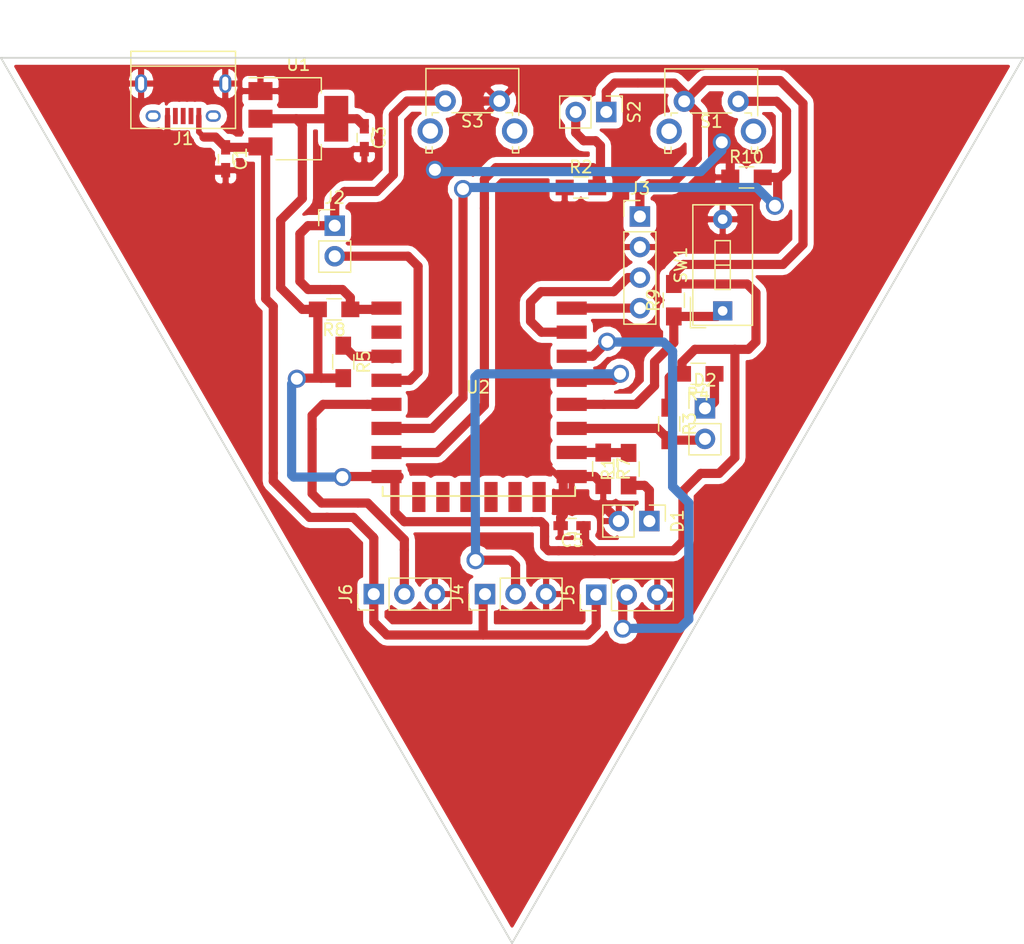
<source format=kicad_pcb>
(kicad_pcb (version 4) (host pcbnew 4.0.6)

  (general
    (links 57)
    (no_connects 1)
    (area 92.261799 44.203399 177.411801 123.204601)
    (thickness 1.6)
    (drawings 3)
    (tracks 273)
    (zones 0)
    (modules 26)
    (nets 30)
  )

  (page A4)
  (title_block
    (title "BOOKING ROOM BOARD")
    (date 2017-07-24)
    (rev v1.1)
    (company "DEK Technologies")
  )

  (layers
    (0 F.Cu signal)
    (31 B.Cu signal)
    (32 B.Adhes user)
    (33 F.Adhes user)
    (34 B.Paste user)
    (35 F.Paste user)
    (36 B.SilkS user)
    (37 F.SilkS user)
    (38 B.Mask user)
    (39 F.Mask user)
    (40 Dwgs.User user)
    (41 Cmts.User user)
    (42 Eco1.User user)
    (43 Eco2.User user)
    (44 Edge.Cuts user)
    (45 Margin user)
    (46 B.CrtYd user)
    (47 F.CrtYd user)
    (48 B.Fab user)
    (49 F.Fab user)
  )

  (setup
    (last_trace_width 0.762)
    (user_trace_width 0.381)
    (user_trace_width 0.4572)
    (user_trace_width 0.508)
    (user_trace_width 0.635)
    (user_trace_width 0.762)
    (trace_clearance 0.2)
    (zone_clearance 0.508)
    (zone_45_only no)
    (trace_min 0.2)
    (segment_width 0.2)
    (edge_width 0.15)
    (via_size 1.5)
    (via_drill 1)
    (via_min_size 1)
    (via_min_drill 0.6)
    (uvia_size 0.3)
    (uvia_drill 0.1)
    (uvias_allowed no)
    (uvia_min_size 0.3)
    (uvia_min_drill 0.1)
    (pcb_text_width 0.3)
    (pcb_text_size 1.5 1.5)
    (mod_edge_width 0.15)
    (mod_text_size 1 1)
    (mod_text_width 0.15)
    (pad_size 1.55 1)
    (pad_drill 1.15)
    (pad_to_mask_clearance 0.0254)
    (aux_axis_origin 0 0)
    (visible_elements 7FFFFFFF)
    (pcbplotparams
      (layerselection 0x00000_00000001)
      (usegerberextensions false)
      (excludeedgelayer true)
      (linewidth 0.100000)
      (plotframeref false)
      (viasonmask false)
      (mode 1)
      (useauxorigin false)
      (hpglpennumber 1)
      (hpglpenspeed 20)
      (hpglpendiameter 15)
      (hpglpenoverlay 2)
      (psnegative false)
      (psa4output false)
      (plotreference true)
      (plotvalue true)
      (plotinvisibletext false)
      (padsonsilk false)
      (subtractmaskfromsilk false)
      (outputformat 4)
      (mirror true)
      (drillshape 2)
      (scaleselection 1)
      (outputdirectory ""))
  )

  (net 0 "")
  (net 1 +5V)
  (net 2 GND)
  (net 3 +3V3)
  (net 4 "Net-(J1-Pad2)")
  (net 5 "Net-(J1-Pad3)")
  (net 6 "Net-(J1-Pad4)")
  (net 7 "Net-(J1-Pad6)")
  (net 8 RST)
  (net 9 GPIO16)
  (net 10 TX)
  (net 11 RX)
  (net 12 GPIO4)
  (net 13 GPIO5)
  (net 14 GPIO14)
  (net 15 GPIO15)
  (net 16 GPIO13)
  (net 17 EN)
  (net 18 GPIO0)
  (net 19 GPIO12)
  (net 20 "Net-(U2-Pad14)")
  (net 21 "Net-(U2-Pad13)")
  (net 22 "Net-(U2-Pad12)")
  (net 23 "Net-(U2-Pad11)")
  (net 24 "Net-(U2-Pad10)")
  (net 25 "Net-(U2-Pad9)")
  (net 26 "Net-(U2-Pad2)")
  (net 27 GPIO2)
  (net 28 "Net-(D1-Pad1)")
  (net 29 "Net-(D2-Pad1)")

  (net_class Default "This is the default net class."
    (clearance 0.2)
    (trace_width 0.25)
    (via_dia 1.5)
    (via_drill 1)
    (uvia_dia 0.3)
    (uvia_drill 0.1)
    (add_net +3V3)
    (add_net +5V)
    (add_net EN)
    (add_net GND)
    (add_net GPIO0)
    (add_net GPIO12)
    (add_net GPIO13)
    (add_net GPIO14)
    (add_net GPIO15)
    (add_net GPIO16)
    (add_net GPIO2)
    (add_net GPIO4)
    (add_net GPIO5)
    (add_net "Net-(D1-Pad1)")
    (add_net "Net-(D2-Pad1)")
    (add_net "Net-(J1-Pad2)")
    (add_net "Net-(J1-Pad3)")
    (add_net "Net-(J1-Pad4)")
    (add_net "Net-(J1-Pad6)")
    (add_net "Net-(U2-Pad10)")
    (add_net "Net-(U2-Pad11)")
    (add_net "Net-(U2-Pad12)")
    (add_net "Net-(U2-Pad13)")
    (add_net "Net-(U2-Pad14)")
    (add_net "Net-(U2-Pad2)")
    (add_net "Net-(U2-Pad9)")
    (add_net RST)
    (add_net RX)
    (add_net TX)
  )

  (net_class Track ""
    (clearance 0.508)
    (trace_width 0.508)
    (via_dia 1.5)
    (via_drill 1)
    (uvia_dia 0.3)
    (uvia_drill 0.1)
  )

  (net_class "Track 2" ""
    (clearance 0.508)
    (trace_width 0.254)
    (via_dia 1.5)
    (via_drill 1)
    (uvia_dia 0.3)
    (uvia_drill 0.1)
  )

  (net_class "Track 3" ""
    (clearance 0.508)
    (trace_width 0.381)
    (via_dia 1.5)
    (via_drill 1)
    (uvia_dia 0.3)
    (uvia_drill 0.1)
  )

  (net_class "Track 4" ""
    (clearance 0.508)
    (trace_width 0.4572)
    (via_dia 1.5)
    (via_drill 1)
    (uvia_dia 0.3)
    (uvia_drill 0.1)
  )

  (module Capacitors_SMD:C_0603_HandSoldering (layer F.Cu) (tedit 58AA848B) (tstamp 5975A7D4)
    (at 139.827 88.4174 180)
    (descr "Capacitor SMD 0603, hand soldering")
    (tags "capacitor 0603")
    (path /59646C84)
    (attr smd)
    (fp_text reference C5 (at 0 -1.25 180) (layer F.SilkS)
      (effects (font (size 1 1) (thickness 0.15)))
    )
    (fp_text value 104 (at 0 1.5 180) (layer F.Fab)
      (effects (font (size 1 1) (thickness 0.15)))
    )
    (fp_text user %R (at 0 -1.25 180) (layer F.Fab)
      (effects (font (size 1 1) (thickness 0.15)))
    )
    (fp_line (start -0.8 0.4) (end -0.8 -0.4) (layer F.Fab) (width 0.1))
    (fp_line (start 0.8 0.4) (end -0.8 0.4) (layer F.Fab) (width 0.1))
    (fp_line (start 0.8 -0.4) (end 0.8 0.4) (layer F.Fab) (width 0.1))
    (fp_line (start -0.8 -0.4) (end 0.8 -0.4) (layer F.Fab) (width 0.1))
    (fp_line (start -0.35 -0.6) (end 0.35 -0.6) (layer F.SilkS) (width 0.12))
    (fp_line (start 0.35 0.6) (end -0.35 0.6) (layer F.SilkS) (width 0.12))
    (fp_line (start -1.8 -0.65) (end 1.8 -0.65) (layer F.CrtYd) (width 0.05))
    (fp_line (start -1.8 -0.65) (end -1.8 0.65) (layer F.CrtYd) (width 0.05))
    (fp_line (start 1.8 0.65) (end 1.8 -0.65) (layer F.CrtYd) (width 0.05))
    (fp_line (start 1.8 0.65) (end -1.8 0.65) (layer F.CrtYd) (width 0.05))
    (pad 1 smd rect (at -0.95 0 180) (size 1.2 0.75) (layers F.Cu F.Paste F.Mask)
      (net 3 +3V3))
    (pad 2 smd rect (at 0.95 0 180) (size 1.2 0.75) (layers F.Cu F.Paste F.Mask)
      (net 2 GND))
    (model Capacitors_SMD.3dshapes/C_0603.wrl
      (at (xyz 0 0 0))
      (scale (xyz 1 1 1))
      (rotate (xyz 0 0 0))
    )
  )

  (module Connectors:USB_Micro-B (layer F.Cu) (tedit 5978646C) (tstamp 5975A7FF)
    (at 107.4928 53.0098 180)
    (descr "Micro USB Type B Receptacle")
    (tags "USB USB_B USB_micro USB_OTG")
    (path /5960F5C8)
    (attr smd)
    (fp_text reference J1 (at 0 -3.24 180) (layer F.SilkS)
      (effects (font (size 1 1) (thickness 0.15)))
    )
    (fp_text value USB_OTG (at 0 5.01 180) (layer F.Fab)
      (effects (font (size 1 1) (thickness 0.15)))
    )
    (fp_line (start -4.6 -2.59) (end 4.6 -2.59) (layer F.CrtYd) (width 0.05))
    (fp_line (start 4.6 -2.59) (end 4.6 4.26) (layer F.CrtYd) (width 0.05))
    (fp_line (start 4.6 4.26) (end -4.6 4.26) (layer F.CrtYd) (width 0.05))
    (fp_line (start -4.6 4.26) (end -4.6 -2.59) (layer F.CrtYd) (width 0.05))
    (fp_line (start -4.35 4.03) (end 4.35 4.03) (layer F.SilkS) (width 0.12))
    (fp_line (start -4.35 -2.38) (end 4.35 -2.38) (layer F.SilkS) (width 0.12))
    (fp_line (start 4.35 -2.38) (end 4.35 4.03) (layer F.SilkS) (width 0.12))
    (fp_line (start 4.35 2.8) (end -4.35 2.8) (layer F.SilkS) (width 0.12))
    (fp_line (start -4.35 4.03) (end -4.35 -2.38) (layer F.SilkS) (width 0.12))
    (pad 1 smd rect (at -1.3 -1.35 270) (size 1.35 0.4) (layers F.Cu F.Paste F.Mask)
      (net 1 +5V))
    (pad 2 smd rect (at -0.65 -1.35 270) (size 1.35 0.4) (layers F.Cu F.Paste F.Mask)
      (net 4 "Net-(J1-Pad2)") (clearance 0.0254))
    (pad 3 smd rect (at 0 -1.35 270) (size 1.35 0.4) (layers F.Cu F.Paste F.Mask)
      (net 5 "Net-(J1-Pad3)") (clearance 0.0254))
    (pad 4 smd rect (at 0.65 -1.35 270) (size 1.35 0.4) (layers F.Cu F.Paste F.Mask)
      (net 6 "Net-(J1-Pad4)") (clearance 0.0254))
    (pad 5 smd rect (at 1.3 -1.35 270) (size 1.35 0.4) (layers F.Cu F.Paste F.Mask)
      (net 2 GND))
    (pad 6 thru_hole oval (at -2.5 -1.35 270) (size 0.95 1.25) (drill oval 0.55 0.85) (layers *.Cu *.Mask)
      (net 7 "Net-(J1-Pad6)") (clearance 0.0254))
    (pad 6 thru_hole oval (at 2.5 -1.35 270) (size 0.95 1.25) (drill oval 0.55 0.85) (layers *.Cu *.Mask)
      (net 7 "Net-(J1-Pad6)") (clearance 0.0254))
    (pad 6 thru_hole oval (at -3.5 1.35 270) (size 1.55 1) (drill oval 1.15 0.5) (layers *.Cu *.Mask)
      (net 2 GND))
    (pad 6 thru_hole oval (at 3.5 1.35 270) (size 1.55 1) (drill oval 1.15 0.5) (layers *.Cu *.Mask)
      (net 2 GND))
    (model D:/Hardware_ESP8266/ESP8266/Test1/shapes3D/Conn_USB-micro-2.0_socket_right-angle.wrl
      (at (xyz 0 -0.05 0))
      (scale (xyz 1 1 1))
      (rotate (xyz 0 0 -90))
    )
  )

  (module Pin_Headers:Pin_Header_Straight_1x02_Pitch2.54mm (layer F.Cu) (tedit 59650532) (tstamp 5975A815)
    (at 120.0912 63.4746)
    (descr "Through hole straight pin header, 1x02, 2.54mm pitch, single row")
    (tags "Through hole pin header THT 1x02 2.54mm single row")
    (path /5966B8DF)
    (fp_text reference J2 (at 0 -2.33) (layer F.SilkS)
      (effects (font (size 1 1) (thickness 0.15)))
    )
    (fp_text value "WAKE UP MODE" (at 0 4.87) (layer F.Fab)
      (effects (font (size 1 1) (thickness 0.15)))
    )
    (fp_line (start -0.635 -1.27) (end 1.27 -1.27) (layer F.Fab) (width 0.1))
    (fp_line (start 1.27 -1.27) (end 1.27 3.81) (layer F.Fab) (width 0.1))
    (fp_line (start 1.27 3.81) (end -1.27 3.81) (layer F.Fab) (width 0.1))
    (fp_line (start -1.27 3.81) (end -1.27 -0.635) (layer F.Fab) (width 0.1))
    (fp_line (start -1.27 -0.635) (end -0.635 -1.27) (layer F.Fab) (width 0.1))
    (fp_line (start -1.33 3.87) (end 1.33 3.87) (layer F.SilkS) (width 0.12))
    (fp_line (start -1.33 1.27) (end -1.33 3.87) (layer F.SilkS) (width 0.12))
    (fp_line (start 1.33 1.27) (end 1.33 3.87) (layer F.SilkS) (width 0.12))
    (fp_line (start -1.33 1.27) (end 1.33 1.27) (layer F.SilkS) (width 0.12))
    (fp_line (start -1.33 0) (end -1.33 -1.33) (layer F.SilkS) (width 0.12))
    (fp_line (start -1.33 -1.33) (end 0 -1.33) (layer F.SilkS) (width 0.12))
    (fp_line (start -1.8 -1.8) (end -1.8 4.35) (layer F.CrtYd) (width 0.05))
    (fp_line (start -1.8 4.35) (end 1.8 4.35) (layer F.CrtYd) (width 0.05))
    (fp_line (start 1.8 4.35) (end 1.8 -1.8) (layer F.CrtYd) (width 0.05))
    (fp_line (start 1.8 -1.8) (end -1.8 -1.8) (layer F.CrtYd) (width 0.05))
    (fp_text user %R (at 0 1.27 90) (layer F.Fab)
      (effects (font (size 1 1) (thickness 0.15)))
    )
    (pad 1 thru_hole rect (at 0 0) (size 1.7 1.7) (drill 1) (layers *.Cu *.Mask)
      (net 8 RST))
    (pad 2 thru_hole oval (at 0 2.54) (size 1.7 1.7) (drill 1) (layers *.Cu *.Mask)
      (net 9 GPIO16))
    (model D:/Hardware_ESP8266/ESP8266/Test1/shapes3D/Pin_Header_Straight_1x02_Pitch2.54mm.wrl
      (at (xyz 0 -0.05 -0.07000000000000001))
      (scale (xyz 1 1 1))
      (rotate (xyz 0 180 90))
    )
  )

  (module Pin_Headers:Pin_Header_Straight_1x04_Pitch2.54mm (layer F.Cu) (tedit 59650532) (tstamp 5975A82D)
    (at 145.4658 62.7126)
    (descr "Through hole straight pin header, 1x04, 2.54mm pitch, single row")
    (tags "Through hole pin header THT 1x04 2.54mm single row")
    (path /596449A5)
    (fp_text reference J3 (at 0 -2.33) (layer F.SilkS)
      (effects (font (size 1 1) (thickness 0.15)))
    )
    (fp_text value BUILD (at 0 9.95) (layer F.Fab)
      (effects (font (size 1 1) (thickness 0.15)))
    )
    (fp_line (start -0.635 -1.27) (end 1.27 -1.27) (layer F.Fab) (width 0.1))
    (fp_line (start 1.27 -1.27) (end 1.27 8.89) (layer F.Fab) (width 0.1))
    (fp_line (start 1.27 8.89) (end -1.27 8.89) (layer F.Fab) (width 0.1))
    (fp_line (start -1.27 8.89) (end -1.27 -0.635) (layer F.Fab) (width 0.1))
    (fp_line (start -1.27 -0.635) (end -0.635 -1.27) (layer F.Fab) (width 0.1))
    (fp_line (start -1.33 8.95) (end 1.33 8.95) (layer F.SilkS) (width 0.12))
    (fp_line (start -1.33 1.27) (end -1.33 8.95) (layer F.SilkS) (width 0.12))
    (fp_line (start 1.33 1.27) (end 1.33 8.95) (layer F.SilkS) (width 0.12))
    (fp_line (start -1.33 1.27) (end 1.33 1.27) (layer F.SilkS) (width 0.12))
    (fp_line (start -1.33 0) (end -1.33 -1.33) (layer F.SilkS) (width 0.12))
    (fp_line (start -1.33 -1.33) (end 0 -1.33) (layer F.SilkS) (width 0.12))
    (fp_line (start -1.8 -1.8) (end -1.8 9.4) (layer F.CrtYd) (width 0.05))
    (fp_line (start -1.8 9.4) (end 1.8 9.4) (layer F.CrtYd) (width 0.05))
    (fp_line (start 1.8 9.4) (end 1.8 -1.8) (layer F.CrtYd) (width 0.05))
    (fp_line (start 1.8 -1.8) (end -1.8 -1.8) (layer F.CrtYd) (width 0.05))
    (fp_text user %R (at 0 3.81 90) (layer F.Fab)
      (effects (font (size 1 1) (thickness 0.15)))
    )
    (pad 1 thru_hole rect (at 0 0) (size 1.7 1.7) (drill 1) (layers *.Cu *.Mask)
      (net 3 +3V3))
    (pad 2 thru_hole oval (at 0 2.54) (size 1.7 1.7) (drill 1) (layers *.Cu *.Mask)
      (net 2 GND))
    (pad 3 thru_hole oval (at 0 5.08) (size 1.7 1.7) (drill 1) (layers *.Cu *.Mask)
      (net 10 TX))
    (pad 4 thru_hole oval (at 0 7.62) (size 1.7 1.7) (drill 1) (layers *.Cu *.Mask)
      (net 11 RX))
    (model ${KISYS3DMOD}/Pin_Headers.3dshapes/Pin_Header_Straight_1x04_Pitch2.54mm.wrl
      (at (xyz 0 -0.15 -0.07000000000000001))
      (scale (xyz 1 1 1))
      (rotate (xyz 0 180 90))
    )
  )

  (module Pin_Headers:Pin_Header_Straight_1x03_Pitch2.54mm (layer F.Cu) (tedit 59650532) (tstamp 5975A844)
    (at 132.588 94.107 90)
    (descr "Through hole straight pin header, 1x03, 2.54mm pitch, single row")
    (tags "Through hole pin header THT 1x03 2.54mm single row")
    (path /596861D1)
    (fp_text reference J4 (at 0 -2.33 90) (layer F.SilkS)
      (effects (font (size 1 1) (thickness 0.15)))
    )
    (fp_text value "SENSOR 1" (at 0 7.41 90) (layer F.Fab)
      (effects (font (size 1 1) (thickness 0.15)))
    )
    (fp_line (start -0.635 -1.27) (end 1.27 -1.27) (layer F.Fab) (width 0.1))
    (fp_line (start 1.27 -1.27) (end 1.27 6.35) (layer F.Fab) (width 0.1))
    (fp_line (start 1.27 6.35) (end -1.27 6.35) (layer F.Fab) (width 0.1))
    (fp_line (start -1.27 6.35) (end -1.27 -0.635) (layer F.Fab) (width 0.1))
    (fp_line (start -1.27 -0.635) (end -0.635 -1.27) (layer F.Fab) (width 0.1))
    (fp_line (start -1.33 6.41) (end 1.33 6.41) (layer F.SilkS) (width 0.12))
    (fp_line (start -1.33 1.27) (end -1.33 6.41) (layer F.SilkS) (width 0.12))
    (fp_line (start 1.33 1.27) (end 1.33 6.41) (layer F.SilkS) (width 0.12))
    (fp_line (start -1.33 1.27) (end 1.33 1.27) (layer F.SilkS) (width 0.12))
    (fp_line (start -1.33 0) (end -1.33 -1.33) (layer F.SilkS) (width 0.12))
    (fp_line (start -1.33 -1.33) (end 0 -1.33) (layer F.SilkS) (width 0.12))
    (fp_line (start -1.8 -1.8) (end -1.8 6.85) (layer F.CrtYd) (width 0.05))
    (fp_line (start -1.8 6.85) (end 1.8 6.85) (layer F.CrtYd) (width 0.05))
    (fp_line (start 1.8 6.85) (end 1.8 -1.8) (layer F.CrtYd) (width 0.05))
    (fp_line (start 1.8 -1.8) (end -1.8 -1.8) (layer F.CrtYd) (width 0.05))
    (fp_text user %R (at 0 2.54 180) (layer F.Fab)
      (effects (font (size 1 1) (thickness 0.15)))
    )
    (pad 1 thru_hole rect (at 0 0 90) (size 1.7 1.7) (drill 1) (layers *.Cu *.Mask)
      (net 1 +5V))
    (pad 2 thru_hole oval (at 0 2.54 90) (size 1.7 1.7) (drill 1) (layers *.Cu *.Mask)
      (net 12 GPIO4))
    (pad 3 thru_hole oval (at 0 5.08 90) (size 1.7 1.7) (drill 1) (layers *.Cu *.Mask)
      (net 2 GND))
    (model ${KISYS3DMOD}/Pin_Headers.3dshapes/Pin_Header_Straight_1x03_Pitch2.54mm.wrl
      (at (xyz 0 -0.1 -0.07000000000000001))
      (scale (xyz 1 1 1))
      (rotate (xyz 0 180 90))
    )
  )

  (module Pin_Headers:Pin_Header_Straight_1x03_Pitch2.54mm (layer F.Cu) (tedit 59650532) (tstamp 5975A85B)
    (at 141.8336 94.1578 90)
    (descr "Through hole straight pin header, 1x03, 2.54mm pitch, single row")
    (tags "Through hole pin header THT 1x03 2.54mm single row")
    (path /5968625B)
    (fp_text reference J5 (at 0 -2.33 90) (layer F.SilkS)
      (effects (font (size 1 1) (thickness 0.15)))
    )
    (fp_text value "SENSOR 2" (at 0 7.41 90) (layer F.Fab)
      (effects (font (size 1 1) (thickness 0.15)))
    )
    (fp_line (start -0.635 -1.27) (end 1.27 -1.27) (layer F.Fab) (width 0.1))
    (fp_line (start 1.27 -1.27) (end 1.27 6.35) (layer F.Fab) (width 0.1))
    (fp_line (start 1.27 6.35) (end -1.27 6.35) (layer F.Fab) (width 0.1))
    (fp_line (start -1.27 6.35) (end -1.27 -0.635) (layer F.Fab) (width 0.1))
    (fp_line (start -1.27 -0.635) (end -0.635 -1.27) (layer F.Fab) (width 0.1))
    (fp_line (start -1.33 6.41) (end 1.33 6.41) (layer F.SilkS) (width 0.12))
    (fp_line (start -1.33 1.27) (end -1.33 6.41) (layer F.SilkS) (width 0.12))
    (fp_line (start 1.33 1.27) (end 1.33 6.41) (layer F.SilkS) (width 0.12))
    (fp_line (start -1.33 1.27) (end 1.33 1.27) (layer F.SilkS) (width 0.12))
    (fp_line (start -1.33 0) (end -1.33 -1.33) (layer F.SilkS) (width 0.12))
    (fp_line (start -1.33 -1.33) (end 0 -1.33) (layer F.SilkS) (width 0.12))
    (fp_line (start -1.8 -1.8) (end -1.8 6.85) (layer F.CrtYd) (width 0.05))
    (fp_line (start -1.8 6.85) (end 1.8 6.85) (layer F.CrtYd) (width 0.05))
    (fp_line (start 1.8 6.85) (end 1.8 -1.8) (layer F.CrtYd) (width 0.05))
    (fp_line (start 1.8 -1.8) (end -1.8 -1.8) (layer F.CrtYd) (width 0.05))
    (fp_text user %R (at 0 2.54 180) (layer F.Fab)
      (effects (font (size 1 1) (thickness 0.15)))
    )
    (pad 1 thru_hole rect (at 0 0 90) (size 1.7 1.7) (drill 1) (layers *.Cu *.Mask)
      (net 1 +5V))
    (pad 2 thru_hole oval (at 0 2.54 90) (size 1.7 1.7) (drill 1) (layers *.Cu *.Mask)
      (net 13 GPIO5))
    (pad 3 thru_hole oval (at 0 5.08 90) (size 1.7 1.7) (drill 1) (layers *.Cu *.Mask)
      (net 2 GND))
    (model D:/Hardware_ESP8266/ESP8266/Test1/shapes3D/Pin_Header_Straight_1x03_Pitch2.54mm.wrl
      (at (xyz 0 -0.1 -0.07000000000000001))
      (scale (xyz 1 1 1))
      (rotate (xyz 0 180 90))
    )
  )

  (module Pin_Headers:Pin_Header_Straight_1x03_Pitch2.54mm (layer F.Cu) (tedit 59650532) (tstamp 5975A872)
    (at 123.3424 94.107 90)
    (descr "Through hole straight pin header, 1x03, 2.54mm pitch, single row")
    (tags "Through hole pin header THT 1x03 2.54mm single row")
    (path /596862F1)
    (fp_text reference J6 (at 0 -2.33 90) (layer F.SilkS)
      (effects (font (size 1 1) (thickness 0.15)))
    )
    (fp_text value "SENSOR 3" (at 0 7.41 90) (layer F.Fab)
      (effects (font (size 1 1) (thickness 0.15)))
    )
    (fp_line (start -0.635 -1.27) (end 1.27 -1.27) (layer F.Fab) (width 0.1))
    (fp_line (start 1.27 -1.27) (end 1.27 6.35) (layer F.Fab) (width 0.1))
    (fp_line (start 1.27 6.35) (end -1.27 6.35) (layer F.Fab) (width 0.1))
    (fp_line (start -1.27 6.35) (end -1.27 -0.635) (layer F.Fab) (width 0.1))
    (fp_line (start -1.27 -0.635) (end -0.635 -1.27) (layer F.Fab) (width 0.1))
    (fp_line (start -1.33 6.41) (end 1.33 6.41) (layer F.SilkS) (width 0.12))
    (fp_line (start -1.33 1.27) (end -1.33 6.41) (layer F.SilkS) (width 0.12))
    (fp_line (start 1.33 1.27) (end 1.33 6.41) (layer F.SilkS) (width 0.12))
    (fp_line (start -1.33 1.27) (end 1.33 1.27) (layer F.SilkS) (width 0.12))
    (fp_line (start -1.33 0) (end -1.33 -1.33) (layer F.SilkS) (width 0.12))
    (fp_line (start -1.33 -1.33) (end 0 -1.33) (layer F.SilkS) (width 0.12))
    (fp_line (start -1.8 -1.8) (end -1.8 6.85) (layer F.CrtYd) (width 0.05))
    (fp_line (start -1.8 6.85) (end 1.8 6.85) (layer F.CrtYd) (width 0.05))
    (fp_line (start 1.8 6.85) (end 1.8 -1.8) (layer F.CrtYd) (width 0.05))
    (fp_line (start 1.8 -1.8) (end -1.8 -1.8) (layer F.CrtYd) (width 0.05))
    (fp_text user %R (at 0 2.54 180) (layer F.Fab)
      (effects (font (size 1 1) (thickness 0.15)))
    )
    (pad 1 thru_hole rect (at 0 0 90) (size 1.7 1.7) (drill 1) (layers *.Cu *.Mask)
      (net 1 +5V))
    (pad 2 thru_hole oval (at 0 2.54 90) (size 1.7 1.7) (drill 1) (layers *.Cu *.Mask)
      (net 14 GPIO14))
    (pad 3 thru_hole oval (at 0 5.08 90) (size 1.7 1.7) (drill 1) (layers *.Cu *.Mask)
      (net 2 GND))
    (model D:/Hardware_ESP8266/ESP8266/Test1/shapes3D/Pin_Header_Straight_1x03_Pitch2.54mm.wrl
      (at (xyz 0 -0.1 -0.07000000000000001))
      (scale (xyz 1 1 1))
      (rotate (xyz 0 180 90))
    )
  )

  (module Resistors_SMD:R_0805_HandSoldering (layer F.Cu) (tedit 58E0A804) (tstamp 5975A883)
    (at 144.526 83.7184 90)
    (descr "Resistor SMD 0805, hand soldering")
    (tags "resistor 0805")
    (path /59770E8C)
    (attr smd)
    (fp_text reference R1 (at 0 -1.7 90) (layer F.SilkS)
      (effects (font (size 1 1) (thickness 0.15)))
    )
    (fp_text value 1K (at 0 1.75 90) (layer F.Fab)
      (effects (font (size 1 1) (thickness 0.15)))
    )
    (fp_text user %R (at 0 0 90) (layer F.Fab)
      (effects (font (size 0.5 0.5) (thickness 0.075)))
    )
    (fp_line (start -1 0.62) (end -1 -0.62) (layer F.Fab) (width 0.1))
    (fp_line (start 1 0.62) (end -1 0.62) (layer F.Fab) (width 0.1))
    (fp_line (start 1 -0.62) (end 1 0.62) (layer F.Fab) (width 0.1))
    (fp_line (start -1 -0.62) (end 1 -0.62) (layer F.Fab) (width 0.1))
    (fp_line (start 0.6 0.88) (end -0.6 0.88) (layer F.SilkS) (width 0.12))
    (fp_line (start -0.6 -0.88) (end 0.6 -0.88) (layer F.SilkS) (width 0.12))
    (fp_line (start -2.35 -0.9) (end 2.35 -0.9) (layer F.CrtYd) (width 0.05))
    (fp_line (start -2.35 -0.9) (end -2.35 0.9) (layer F.CrtYd) (width 0.05))
    (fp_line (start 2.35 0.9) (end 2.35 -0.9) (layer F.CrtYd) (width 0.05))
    (fp_line (start 2.35 0.9) (end -2.35 0.9) (layer F.CrtYd) (width 0.05))
    (pad 1 smd rect (at -1.35 0 90) (size 1.5 1.3) (layers F.Cu F.Paste F.Mask)
      (net 28 "Net-(D1-Pad1)"))
    (pad 2 smd rect (at 1.35 0 90) (size 1.5 1.3) (layers F.Cu F.Paste F.Mask)
      (net 15 GPIO15))
    (model ${KISYS3DMOD}/Resistors_SMD.3dshapes/R_0805.wrl
      (at (xyz 0 0 0))
      (scale (xyz 1 1 1))
      (rotate (xyz 0 0 0))
    )
  )

  (module Resistors_SMD:R_0805_HandSoldering (layer F.Cu) (tedit 58E0A804) (tstamp 5975A894)
    (at 140.5636 60.2996)
    (descr "Resistor SMD 0805, hand soldering")
    (tags "resistor 0805")
    (path /5976F852)
    (attr smd)
    (fp_text reference R2 (at 0 -1.7) (layer F.SilkS)
      (effects (font (size 1 1) (thickness 0.15)))
    )
    (fp_text value 1K (at 0 1.75) (layer F.Fab)
      (effects (font (size 1 1) (thickness 0.15)))
    )
    (fp_text user %R (at 0 0) (layer F.Fab)
      (effects (font (size 0.5 0.5) (thickness 0.075)))
    )
    (fp_line (start -1 0.62) (end -1 -0.62) (layer F.Fab) (width 0.1))
    (fp_line (start 1 0.62) (end -1 0.62) (layer F.Fab) (width 0.1))
    (fp_line (start 1 -0.62) (end 1 0.62) (layer F.Fab) (width 0.1))
    (fp_line (start -1 -0.62) (end 1 -0.62) (layer F.Fab) (width 0.1))
    (fp_line (start 0.6 0.88) (end -0.6 0.88) (layer F.SilkS) (width 0.12))
    (fp_line (start -0.6 -0.88) (end 0.6 -0.88) (layer F.SilkS) (width 0.12))
    (fp_line (start -2.35 -0.9) (end 2.35 -0.9) (layer F.CrtYd) (width 0.05))
    (fp_line (start -2.35 -0.9) (end -2.35 0.9) (layer F.CrtYd) (width 0.05))
    (fp_line (start 2.35 0.9) (end 2.35 -0.9) (layer F.CrtYd) (width 0.05))
    (fp_line (start 2.35 0.9) (end -2.35 0.9) (layer F.CrtYd) (width 0.05))
    (pad 1 smd rect (at -1.35 0) (size 1.5 1.3) (layers F.Cu F.Paste F.Mask)
      (net 2 GND))
    (pad 2 smd rect (at 1.35 0) (size 1.5 1.3) (layers F.Cu F.Paste F.Mask)
      (net 16 GPIO13))
    (model ${KISYS3DMOD}/Resistors_SMD.3dshapes/R_0805.wrl
      (at (xyz 0 0 0))
      (scale (xyz 1 1 1))
      (rotate (xyz 0 0 0))
    )
  )

  (module Resistors_SMD:R_0805_HandSoldering (layer F.Cu) (tedit 58E0A804) (tstamp 5975A8A5)
    (at 120.8024 74.803 270)
    (descr "Resistor SMD 0805, hand soldering")
    (tags "resistor 0805")
    (path /59647FCF)
    (attr smd)
    (fp_text reference R5 (at 0 -1.7 270) (layer F.SilkS)
      (effects (font (size 1 1) (thickness 0.15)))
    )
    (fp_text value 10K (at 0 1.75 270) (layer F.Fab)
      (effects (font (size 1 1) (thickness 0.15)))
    )
    (fp_text user %R (at 0 0 270) (layer F.Fab)
      (effects (font (size 0.5 0.5) (thickness 0.075)))
    )
    (fp_line (start -1 0.62) (end -1 -0.62) (layer F.Fab) (width 0.1))
    (fp_line (start 1 0.62) (end -1 0.62) (layer F.Fab) (width 0.1))
    (fp_line (start 1 -0.62) (end 1 0.62) (layer F.Fab) (width 0.1))
    (fp_line (start -1 -0.62) (end 1 -0.62) (layer F.Fab) (width 0.1))
    (fp_line (start 0.6 0.88) (end -0.6 0.88) (layer F.SilkS) (width 0.12))
    (fp_line (start -0.6 -0.88) (end 0.6 -0.88) (layer F.SilkS) (width 0.12))
    (fp_line (start -2.35 -0.9) (end 2.35 -0.9) (layer F.CrtYd) (width 0.05))
    (fp_line (start -2.35 -0.9) (end -2.35 0.9) (layer F.CrtYd) (width 0.05))
    (fp_line (start 2.35 0.9) (end 2.35 -0.9) (layer F.CrtYd) (width 0.05))
    (fp_line (start 2.35 0.9) (end -2.35 0.9) (layer F.CrtYd) (width 0.05))
    (pad 1 smd rect (at -1.35 0 270) (size 1.5 1.3) (layers F.Cu F.Paste F.Mask)
      (net 17 EN))
    (pad 2 smd rect (at 1.35 0 270) (size 1.5 1.3) (layers F.Cu F.Paste F.Mask)
      (net 3 +3V3))
    (model ${KISYS3DMOD}/Resistors_SMD.3dshapes/R_0805.wrl
      (at (xyz 0 0 0))
      (scale (xyz 1 1 1))
      (rotate (xyz 0 0 0))
    )
  )

  (module Resistors_SMD:R_0805_HandSoldering (layer F.Cu) (tedit 58E0A804) (tstamp 5975A8B6)
    (at 142.4178 83.693 270)
    (descr "Resistor SMD 0805, hand soldering")
    (tags "resistor 0805")
    (path /59648061)
    (attr smd)
    (fp_text reference R7 (at 0 -1.7 270) (layer F.SilkS)
      (effects (font (size 1 1) (thickness 0.15)))
    )
    (fp_text value 10K (at 0 1.75 270) (layer F.Fab)
      (effects (font (size 1 1) (thickness 0.15)))
    )
    (fp_text user %R (at 0 0 270) (layer F.Fab)
      (effects (font (size 0.5 0.5) (thickness 0.075)))
    )
    (fp_line (start -1 0.62) (end -1 -0.62) (layer F.Fab) (width 0.1))
    (fp_line (start 1 0.62) (end -1 0.62) (layer F.Fab) (width 0.1))
    (fp_line (start 1 -0.62) (end 1 0.62) (layer F.Fab) (width 0.1))
    (fp_line (start -1 -0.62) (end 1 -0.62) (layer F.Fab) (width 0.1))
    (fp_line (start 0.6 0.88) (end -0.6 0.88) (layer F.SilkS) (width 0.12))
    (fp_line (start -0.6 -0.88) (end 0.6 -0.88) (layer F.SilkS) (width 0.12))
    (fp_line (start -2.35 -0.9) (end 2.35 -0.9) (layer F.CrtYd) (width 0.05))
    (fp_line (start -2.35 -0.9) (end -2.35 0.9) (layer F.CrtYd) (width 0.05))
    (fp_line (start 2.35 0.9) (end 2.35 -0.9) (layer F.CrtYd) (width 0.05))
    (fp_line (start 2.35 0.9) (end -2.35 0.9) (layer F.CrtYd) (width 0.05))
    (pad 1 smd rect (at -1.35 0 270) (size 1.5 1.3) (layers F.Cu F.Paste F.Mask)
      (net 15 GPIO15))
    (pad 2 smd rect (at 1.35 0 270) (size 1.5 1.3) (layers F.Cu F.Paste F.Mask)
      (net 2 GND))
    (model ${KISYS3DMOD}/Resistors_SMD.3dshapes/R_0805.wrl
      (at (xyz 0 0 0))
      (scale (xyz 1 1 1))
      (rotate (xyz 0 0 0))
    )
  )

  (module Resistors_SMD:R_0805_HandSoldering (layer F.Cu) (tedit 58E0A804) (tstamp 5975A8C7)
    (at 120.0404 70.4342 180)
    (descr "Resistor SMD 0805, hand soldering")
    (tags "resistor 0805")
    (path /59660A77)
    (attr smd)
    (fp_text reference R8 (at 0 -1.7 180) (layer F.SilkS)
      (effects (font (size 1 1) (thickness 0.15)))
    )
    (fp_text value 10K (at 0 1.75 180) (layer F.Fab)
      (effects (font (size 1 1) (thickness 0.15)))
    )
    (fp_text user %R (at 0 0 180) (layer F.Fab)
      (effects (font (size 0.5 0.5) (thickness 0.075)))
    )
    (fp_line (start -1 0.62) (end -1 -0.62) (layer F.Fab) (width 0.1))
    (fp_line (start 1 0.62) (end -1 0.62) (layer F.Fab) (width 0.1))
    (fp_line (start 1 -0.62) (end 1 0.62) (layer F.Fab) (width 0.1))
    (fp_line (start -1 -0.62) (end 1 -0.62) (layer F.Fab) (width 0.1))
    (fp_line (start 0.6 0.88) (end -0.6 0.88) (layer F.SilkS) (width 0.12))
    (fp_line (start -0.6 -0.88) (end 0.6 -0.88) (layer F.SilkS) (width 0.12))
    (fp_line (start -2.35 -0.9) (end 2.35 -0.9) (layer F.CrtYd) (width 0.05))
    (fp_line (start -2.35 -0.9) (end -2.35 0.9) (layer F.CrtYd) (width 0.05))
    (fp_line (start 2.35 0.9) (end 2.35 -0.9) (layer F.CrtYd) (width 0.05))
    (fp_line (start 2.35 0.9) (end -2.35 0.9) (layer F.CrtYd) (width 0.05))
    (pad 1 smd rect (at -1.35 0 180) (size 1.5 1.3) (layers F.Cu F.Paste F.Mask)
      (net 8 RST))
    (pad 2 smd rect (at 1.35 0 180) (size 1.5 1.3) (layers F.Cu F.Paste F.Mask)
      (net 3 +3V3))
    (model ${KISYS3DMOD}/Resistors_SMD.3dshapes/R_0805.wrl
      (at (xyz 0 0 0))
      (scale (xyz 1 1 1))
      (rotate (xyz 0 0 0))
    )
  )

  (module Resistors_SMD:R_0805_HandSoldering (layer F.Cu) (tedit 58E0A804) (tstamp 5975A8D8)
    (at 148.2852 69.6722 90)
    (descr "Resistor SMD 0805, hand soldering")
    (tags "resistor 0805")
    (path /596614A5)
    (attr smd)
    (fp_text reference R9 (at 0 -1.7 90) (layer F.SilkS)
      (effects (font (size 1 1) (thickness 0.15)))
    )
    (fp_text value 10K (at 0 1.75 90) (layer F.Fab)
      (effects (font (size 1 1) (thickness 0.15)))
    )
    (fp_text user %R (at 0 0 90) (layer F.Fab)
      (effects (font (size 0.5 0.5) (thickness 0.075)))
    )
    (fp_line (start -1 0.62) (end -1 -0.62) (layer F.Fab) (width 0.1))
    (fp_line (start 1 0.62) (end -1 0.62) (layer F.Fab) (width 0.1))
    (fp_line (start 1 -0.62) (end 1 0.62) (layer F.Fab) (width 0.1))
    (fp_line (start -1 -0.62) (end 1 -0.62) (layer F.Fab) (width 0.1))
    (fp_line (start 0.6 0.88) (end -0.6 0.88) (layer F.SilkS) (width 0.12))
    (fp_line (start -0.6 -0.88) (end 0.6 -0.88) (layer F.SilkS) (width 0.12))
    (fp_line (start -2.35 -0.9) (end 2.35 -0.9) (layer F.CrtYd) (width 0.05))
    (fp_line (start -2.35 -0.9) (end -2.35 0.9) (layer F.CrtYd) (width 0.05))
    (fp_line (start 2.35 0.9) (end 2.35 -0.9) (layer F.CrtYd) (width 0.05))
    (fp_line (start 2.35 0.9) (end -2.35 0.9) (layer F.CrtYd) (width 0.05))
    (pad 1 smd rect (at -1.35 0 90) (size 1.5 1.3) (layers F.Cu F.Paste F.Mask)
      (net 18 GPIO0))
    (pad 2 smd rect (at 1.35 0 90) (size 1.5 1.3) (layers F.Cu F.Paste F.Mask)
      (net 3 +3V3))
    (model ${KISYS3DMOD}/Resistors_SMD.3dshapes/R_0805.wrl
      (at (xyz 0 0 0))
      (scale (xyz 1 1 1))
      (rotate (xyz 0 0 0))
    )
  )

  (module Resistors_SMD:R_0805_HandSoldering (layer F.Cu) (tedit 58E0A804) (tstamp 5975A8E9)
    (at 154.3304 59.4614)
    (descr "Resistor SMD 0805, hand soldering")
    (tags "resistor 0805")
    (path /5965B077)
    (attr smd)
    (fp_text reference R10 (at 0 -1.7) (layer F.SilkS)
      (effects (font (size 1 1) (thickness 0.15)))
    )
    (fp_text value 1K (at 0 1.75) (layer F.Fab)
      (effects (font (size 1 1) (thickness 0.15)))
    )
    (fp_text user %R (at 0 0) (layer F.Fab)
      (effects (font (size 0.5 0.5) (thickness 0.075)))
    )
    (fp_line (start -1 0.62) (end -1 -0.62) (layer F.Fab) (width 0.1))
    (fp_line (start 1 0.62) (end -1 0.62) (layer F.Fab) (width 0.1))
    (fp_line (start 1 -0.62) (end 1 0.62) (layer F.Fab) (width 0.1))
    (fp_line (start -1 -0.62) (end 1 -0.62) (layer F.Fab) (width 0.1))
    (fp_line (start 0.6 0.88) (end -0.6 0.88) (layer F.SilkS) (width 0.12))
    (fp_line (start -0.6 -0.88) (end 0.6 -0.88) (layer F.SilkS) (width 0.12))
    (fp_line (start -2.35 -0.9) (end 2.35 -0.9) (layer F.CrtYd) (width 0.05))
    (fp_line (start -2.35 -0.9) (end -2.35 0.9) (layer F.CrtYd) (width 0.05))
    (fp_line (start 2.35 0.9) (end 2.35 -0.9) (layer F.CrtYd) (width 0.05))
    (fp_line (start 2.35 0.9) (end -2.35 0.9) (layer F.CrtYd) (width 0.05))
    (pad 1 smd rect (at -1.35 0) (size 1.5 1.3) (layers F.Cu F.Paste F.Mask)
      (net 2 GND))
    (pad 2 smd rect (at 1.35 0) (size 1.5 1.3) (layers F.Cu F.Paste F.Mask)
      (net 19 GPIO12))
    (model ${KISYS3DMOD}/Resistors_SMD.3dshapes/R_0805.wrl
      (at (xyz 0 0 0))
      (scale (xyz 1 1 1))
      (rotate (xyz 0 0 0))
    )
  )

  (module Buttons_Switches_THT:SW_Tactile_SPST_Angled_PTS645Vx83-2LFS (layer F.Cu) (tedit 592CAFEF) (tstamp 5975A90F)
    (at 149.1488 53.1368)
    (descr "tactile switch SPST right angle, PTS645VL83-2 LFS")
    (tags "tactile switch SPST angled PTS645VL83-2 LFS C&K Button")
    (path /5965CEF4)
    (fp_text reference S1 (at 2.25 1.68) (layer F.SilkS)
      (effects (font (size 1 1) (thickness 0.15)))
    )
    (fp_text value "AP MODE" (at 2.25 5.38988) (layer F.Fab)
      (effects (font (size 1 1) (thickness 0.15)))
    )
    (fp_line (start 0.5 -8.35) (end 0.5 -2.59) (layer F.Fab) (width 0.1))
    (fp_line (start 4 -8.35) (end 4 -2.59) (layer F.Fab) (width 0.1))
    (fp_line (start 0.5 -8.35) (end 4 -8.35) (layer F.Fab) (width 0.1))
    (fp_text user %R (at 2.25 1.68) (layer F.Fab)
      (effects (font (size 1 1) (thickness 0.15)))
    )
    (fp_line (start -1.09 0.97) (end -1.09 1.2) (layer F.SilkS) (width 0.12))
    (fp_line (start 5.7 4.2) (end 5.7 0.86) (layer F.Fab) (width 0.1))
    (fp_line (start -1.5 4.2) (end -1.2 4.2) (layer F.Fab) (width 0.1))
    (fp_line (start -1.2 0.86) (end 5.7 0.86) (layer F.Fab) (width 0.1))
    (fp_line (start 6 4.2) (end 6 -2.59) (layer F.Fab) (width 0.1))
    (fp_line (start -2.5 -2.8) (end 7.05 -2.8) (layer F.CrtYd) (width 0.05))
    (fp_line (start 7.05 -2.8) (end 7.05 4.45) (layer F.CrtYd) (width 0.05))
    (fp_line (start 7.05 4.45) (end -2.5 4.45) (layer F.CrtYd) (width 0.05))
    (fp_line (start -2.5 4.45) (end -2.5 -2.8) (layer F.CrtYd) (width 0.05))
    (fp_line (start -1.61 -2.7) (end 6.11 -2.7) (layer F.SilkS) (width 0.12))
    (fp_line (start 6.11 -2.7) (end 6.11 1.2) (layer F.SilkS) (width 0.12))
    (fp_line (start -1.61 4.31) (end -1.09 4.31) (layer F.SilkS) (width 0.12))
    (fp_line (start -1.61 -2.7) (end -1.61 1.2) (layer F.SilkS) (width 0.12))
    (fp_line (start -1.5 -2.59) (end 6 -2.59) (layer F.Fab) (width 0.1))
    (fp_line (start -1.5 4.2) (end -1.5 -2.59) (layer F.Fab) (width 0.1))
    (fp_line (start 5.7 4.2) (end 6 4.2) (layer F.Fab) (width 0.1))
    (fp_line (start -1.2 4.2) (end -1.2 0.86) (layer F.Fab) (width 0.1))
    (fp_line (start 5.59 0.97) (end 5.59 1.2) (layer F.SilkS) (width 0.12))
    (fp_line (start -1.09 3.8) (end -1.09 4.31) (layer F.SilkS) (width 0.12))
    (fp_line (start -1.61 3.8) (end -1.61 4.31) (layer F.SilkS) (width 0.12))
    (fp_line (start 5.05 0.97) (end 5.59 0.97) (layer F.SilkS) (width 0.12))
    (fp_line (start 5.59 3.8) (end 5.59 4.31) (layer F.SilkS) (width 0.12))
    (fp_line (start 5.59 4.31) (end 6.11 4.31) (layer F.SilkS) (width 0.12))
    (fp_line (start 6.11 3.8) (end 6.11 4.31) (layer F.SilkS) (width 0.12))
    (fp_line (start -1.09 0.97) (end -0.55 0.97) (layer F.SilkS) (width 0.12))
    (fp_line (start 0.55 0.97) (end 3.95 0.97) (layer F.SilkS) (width 0.12))
    (pad "" thru_hole circle (at 5.76 2.49) (size 2.1 2.1) (drill 1.3) (layers *.Cu *.Mask))
    (pad 2 thru_hole circle (at 4.5 0) (size 1.75 1.75) (drill 0.99) (layers *.Cu *.Mask)
      (net 19 GPIO12))
    (pad 1 thru_hole circle (at 0 0) (size 1.75 1.75) (drill 0.99) (layers *.Cu *.Mask)
      (net 3 +3V3))
    (pad "" thru_hole circle (at -1.25 2.49) (size 2.1 2.1) (drill 1.3) (layers *.Cu *.Mask))
    (model "D:/Hardware_ESP8266/ESP8266/Test1/shapes3D/User Library-Alps TACT SKHH Horizontal Switch.wrl"
      (at (xyz 0.1 0 -0.03))
      (scale (xyz 400 400 400))
      (rotate (xyz 270 180 180))
    )
  )

  (module Buttons_Switches_THT:SW_Tactile_SPST_Angled_PTS645Vx83-2LFS (layer F.Cu) (tedit 592CAFEF) (tstamp 5975A95B)
    (at 129.286 53.1114)
    (descr "tactile switch SPST right angle, PTS645VL83-2 LFS")
    (tags "tactile switch SPST angled PTS645VL83-2 LFS C&K Button")
    (path /5966967C)
    (fp_text reference S3 (at 2.25 1.68) (layer F.SilkS)
      (effects (font (size 1 1) (thickness 0.15)))
    )
    (fp_text value RESET (at 2.25 5.38988) (layer F.Fab)
      (effects (font (size 1 1) (thickness 0.15)))
    )
    (fp_line (start 0.5 -8.35) (end 0.5 -2.59) (layer F.Fab) (width 0.1))
    (fp_line (start 4 -8.35) (end 4 -2.59) (layer F.Fab) (width 0.1))
    (fp_line (start 0.5 -8.35) (end 4 -8.35) (layer F.Fab) (width 0.1))
    (fp_text user %R (at 2.25 1.68) (layer F.Fab)
      (effects (font (size 1 1) (thickness 0.15)))
    )
    (fp_line (start -1.09 0.97) (end -1.09 1.2) (layer F.SilkS) (width 0.12))
    (fp_line (start 5.7 4.2) (end 5.7 0.86) (layer F.Fab) (width 0.1))
    (fp_line (start -1.5 4.2) (end -1.2 4.2) (layer F.Fab) (width 0.1))
    (fp_line (start -1.2 0.86) (end 5.7 0.86) (layer F.Fab) (width 0.1))
    (fp_line (start 6 4.2) (end 6 -2.59) (layer F.Fab) (width 0.1))
    (fp_line (start -2.5 -2.8) (end 7.05 -2.8) (layer F.CrtYd) (width 0.05))
    (fp_line (start 7.05 -2.8) (end 7.05 4.45) (layer F.CrtYd) (width 0.05))
    (fp_line (start 7.05 4.45) (end -2.5 4.45) (layer F.CrtYd) (width 0.05))
    (fp_line (start -2.5 4.45) (end -2.5 -2.8) (layer F.CrtYd) (width 0.05))
    (fp_line (start -1.61 -2.7) (end 6.11 -2.7) (layer F.SilkS) (width 0.12))
    (fp_line (start 6.11 -2.7) (end 6.11 1.2) (layer F.SilkS) (width 0.12))
    (fp_line (start -1.61 4.31) (end -1.09 4.31) (layer F.SilkS) (width 0.12))
    (fp_line (start -1.61 -2.7) (end -1.61 1.2) (layer F.SilkS) (width 0.12))
    (fp_line (start -1.5 -2.59) (end 6 -2.59) (layer F.Fab) (width 0.1))
    (fp_line (start -1.5 4.2) (end -1.5 -2.59) (layer F.Fab) (width 0.1))
    (fp_line (start 5.7 4.2) (end 6 4.2) (layer F.Fab) (width 0.1))
    (fp_line (start -1.2 4.2) (end -1.2 0.86) (layer F.Fab) (width 0.1))
    (fp_line (start 5.59 0.97) (end 5.59 1.2) (layer F.SilkS) (width 0.12))
    (fp_line (start -1.09 3.8) (end -1.09 4.31) (layer F.SilkS) (width 0.12))
    (fp_line (start -1.61 3.8) (end -1.61 4.31) (layer F.SilkS) (width 0.12))
    (fp_line (start 5.05 0.97) (end 5.59 0.97) (layer F.SilkS) (width 0.12))
    (fp_line (start 5.59 3.8) (end 5.59 4.31) (layer F.SilkS) (width 0.12))
    (fp_line (start 5.59 4.31) (end 6.11 4.31) (layer F.SilkS) (width 0.12))
    (fp_line (start 6.11 3.8) (end 6.11 4.31) (layer F.SilkS) (width 0.12))
    (fp_line (start -1.09 0.97) (end -0.55 0.97) (layer F.SilkS) (width 0.12))
    (fp_line (start 0.55 0.97) (end 3.95 0.97) (layer F.SilkS) (width 0.12))
    (pad "" thru_hole circle (at 5.76 2.49) (size 2.1 2.1) (drill 1.3) (layers *.Cu *.Mask))
    (pad 2 thru_hole circle (at 4.5 0) (size 1.75 1.75) (drill 0.99) (layers *.Cu *.Mask)
      (net 2 GND))
    (pad 1 thru_hole circle (at 0 0) (size 1.75 1.75) (drill 0.99) (layers *.Cu *.Mask)
      (net 8 RST))
    (pad "" thru_hole circle (at -1.25 2.49) (size 2.1 2.1) (drill 1.3) (layers *.Cu *.Mask))
    (model "D:/Hardware_ESP8266/ESP8266/Test1/shapes3D/User Library-Alps TACT SKHH Horizontal Switch.wrl"
      (at (xyz 0.1 0 -0.03))
      (scale (xyz 400 400 400))
      (rotate (xyz 270 180 180))
    )
  )

  (module Buttons_Switches_THT:SW_DIP_x1_W7.62mm_Slide (layer F.Cu) (tedit 5923F251) (tstamp 5975A97B)
    (at 152.3492 70.5612 90)
    (descr "1x-dip-switch, Slide, row spacing 7.62 mm (300 mils)")
    (tags "DIP Switch Slide 7.62mm 300mil")
    (path /596679C5)
    (fp_text reference SW1 (at 3.81 -3.48 90) (layer F.SilkS)
      (effects (font (size 1 1) (thickness 0.15)))
    )
    (fp_text value PROGRAM (at 3.81 3.48 90) (layer F.Fab)
      (effects (font (size 1 1) (thickness 0.15)))
    )
    (fp_text user %R (at 3.81 0 90) (layer F.Fab)
      (effects (font (size 1 1) (thickness 0.15)))
    )
    (fp_line (start -1.4 -2.68) (end -1.4 -1.41) (layer F.SilkS) (width 0.12))
    (fp_line (start -1.4 -2.68) (end 1.14 -2.68) (layer F.SilkS) (width 0.12))
    (fp_line (start -0.08 -2.36) (end 8.7 -2.36) (layer F.Fab) (width 0.1))
    (fp_line (start 8.7 -2.36) (end 8.7 2.36) (layer F.Fab) (width 0.1))
    (fp_line (start 8.7 2.36) (end -1.08 2.36) (layer F.Fab) (width 0.1))
    (fp_line (start -1.08 2.36) (end -1.08 -1.36) (layer F.Fab) (width 0.1))
    (fp_line (start -1.08 -1.36) (end -0.08 -2.36) (layer F.Fab) (width 0.1))
    (fp_line (start 1.78 -0.635) (end 1.78 0.635) (layer F.Fab) (width 0.1))
    (fp_line (start 1.78 0.635) (end 5.84 0.635) (layer F.Fab) (width 0.1))
    (fp_line (start 5.84 0.635) (end 5.84 -0.635) (layer F.Fab) (width 0.1))
    (fp_line (start 5.84 -0.635) (end 1.78 -0.635) (layer F.Fab) (width 0.1))
    (fp_line (start 3.81 -0.635) (end 3.81 0.635) (layer F.Fab) (width 0.1))
    (fp_line (start -1.2 -2.48) (end 8.82 -2.48) (layer F.SilkS) (width 0.12))
    (fp_line (start 8.82 -2.48) (end 8.82 2.48) (layer F.SilkS) (width 0.12))
    (fp_line (start 8.82 2.48) (end -1.2 2.48) (layer F.SilkS) (width 0.12))
    (fp_line (start -1.2 2.48) (end -1.2 -2.48) (layer F.SilkS) (width 0.12))
    (fp_line (start 1.78 -0.635) (end 1.78 0.635) (layer F.SilkS) (width 0.12))
    (fp_line (start 1.78 0.635) (end 5.84 0.635) (layer F.SilkS) (width 0.12))
    (fp_line (start 5.84 0.635) (end 5.84 -0.635) (layer F.SilkS) (width 0.12))
    (fp_line (start 5.84 -0.635) (end 1.78 -0.635) (layer F.SilkS) (width 0.12))
    (fp_line (start 3.81 -0.635) (end 3.81 0.635) (layer F.SilkS) (width 0.12))
    (fp_line (start -1.4 -2.7) (end -1.4 2.7) (layer F.CrtYd) (width 0.05))
    (fp_line (start -1.4 2.7) (end 9 2.7) (layer F.CrtYd) (width 0.05))
    (fp_line (start 9 2.7) (end 9 -2.7) (layer F.CrtYd) (width 0.05))
    (fp_line (start 9 -2.7) (end -1.4 -2.7) (layer F.CrtYd) (width 0.05))
    (pad 1 thru_hole rect (at 0 0 90) (size 1.6 1.6) (drill 0.8) (layers *.Cu *.Mask)
      (net 18 GPIO0))
    (pad 2 thru_hole oval (at 7.62 0 90) (size 1.6 1.6) (drill 0.8) (layers *.Cu *.Mask)
      (net 2 GND))
    (model D:/Hardware_ESP8266/ESP8266/Test1/shapes3D/SW_DIP_x1_W7.62mm_Slide.wrl
      (at (xyz 0 0 -0.07000000000000001))
      (scale (xyz 1 1 1))
      (rotate (xyz 0 180 90))
    )
  )

  (module TO_SOT_Packages_SMD:SOT-223 (layer F.Cu) (tedit 597861CA) (tstamp 5975A991)
    (at 117.0686 54.5846)
    (descr "module CMS SOT223 4 pins")
    (tags "CMS SOT")
    (path /596C3FA2)
    (attr smd)
    (fp_text reference U1 (at 0 -4.5) (layer F.SilkS)
      (effects (font (size 1 1) (thickness 0.15)))
    )
    (fp_text value AP1117 (at 0 4.5) (layer F.Fab)
      (effects (font (size 1 1) (thickness 0.15)))
    )
    (fp_text user %R (at 0 0 90) (layer F.Fab)
      (effects (font (size 0.8 0.8) (thickness 0.12)))
    )
    (fp_line (start -1.85 -2.3) (end -0.8 -3.35) (layer F.Fab) (width 0.1))
    (fp_line (start 1.91 3.41) (end 1.91 2.15) (layer F.SilkS) (width 0.12))
    (fp_line (start 1.91 -3.41) (end 1.91 -2.15) (layer F.SilkS) (width 0.12))
    (fp_line (start 4.4 -3.6) (end -4.4 -3.6) (layer F.CrtYd) (width 0.05))
    (fp_line (start 4.4 3.6) (end 4.4 -3.6) (layer F.CrtYd) (width 0.05))
    (fp_line (start -4.4 3.6) (end 4.4 3.6) (layer F.CrtYd) (width 0.05))
    (fp_line (start -4.4 -3.6) (end -4.4 3.6) (layer F.CrtYd) (width 0.05))
    (fp_line (start -1.85 -2.3) (end -1.85 3.35) (layer F.Fab) (width 0.1))
    (fp_line (start -1.85 3.41) (end 1.91 3.41) (layer F.SilkS) (width 0.12))
    (fp_line (start -0.8 -3.35) (end 1.85 -3.35) (layer F.Fab) (width 0.1))
    (fp_line (start -4.1 -3.41) (end 1.91 -3.41) (layer F.SilkS) (width 0.12))
    (fp_line (start -1.85 3.35) (end 1.85 3.35) (layer F.Fab) (width 0.1))
    (fp_line (start 1.85 -3.35) (end 1.85 3.35) (layer F.Fab) (width 0.1))
    (pad 4 smd rect (at 3.15 0) (size 2 3.8) (layers F.Cu F.Paste F.Mask)
      (net 3 +3V3))
    (pad 2 smd rect (at -3.15 0) (size 2 1.5) (layers F.Cu F.Paste F.Mask)
      (net 3 +3V3))
    (pad 3 smd rect (at -3.15 2.3) (size 2 1.5) (layers F.Cu F.Paste F.Mask)
      (net 1 +5V))
    (pad 1 smd rect (at -3.15 -2.3) (size 2 1.5) (layers F.Cu F.Paste F.Mask)
      (net 2 GND))
    (model ${KISYS3DMOD}/TO_SOT_Packages_SMD.3dshapes/SOT-223.wrl
      (at (xyz 0 0 0))
      (scale (xyz 0.45 0.45 0.45))
      (rotate (xyz 0 0 90))
    )
  )

  (module Library:ESP8266 (layer F.Cu) (tedit 5963AC38) (tstamp 5975A9BD)
    (at 125.095 70.3326)
    (path /59643204)
    (fp_text reference U2 (at 6.9088 6.5786) (layer F.SilkS)
      (effects (font (size 1 1) (thickness 0.15)))
    )
    (fp_text value ESP8266 (at 3.2512 -10.0584) (layer F.Fab)
      (effects (font (size 1 1) (thickness 0.15)))
    )
    (fp_line (start 16.25 -8.75) (end -2.25 -8.75) (layer F.CrtYd) (width 0.05))
    (fp_line (start 16.25 16) (end -2.25 16) (layer F.CrtYd) (width 0.05))
    (fp_line (start -2.25 16) (end -2.25 -8.75) (layer F.CrtYd) (width 0.05))
    (fp_line (start 16.25 -8.75) (end 16.25 16) (layer F.CrtYd) (width 0.05))
    (fp_line (start -1.016 14.859) (end -1.016 15.621) (layer F.SilkS) (width 0.1524))
    (fp_line (start 14.986 15.621) (end 14.986 14.859) (layer F.SilkS) (width 0.1524))
    (fp_line (start -1.016 15.621) (end 14.986 15.621) (layer F.SilkS) (width 0.1524))
    (fp_text user "No Copper" (at 6.892 -5.4) (layer F.CrtYd)
      (effects (font (size 1 1) (thickness 0.15)))
    )
    (fp_line (start 14.992 -8.4) (end -1.008 -2.6) (layer F.CrtYd) (width 0.1524))
    (fp_line (start -1.008 -8.4) (end 14.992 -2.6) (layer F.CrtYd) (width 0.1524))
    (fp_line (start -1.008 -2.6) (end 14.992 -2.6) (layer F.CrtYd) (width 0.1524))
    (fp_line (start -1.016 -8.382) (end 14.986 -8.382) (layer F.CrtYd) (width 0.1524))
    (fp_line (start 14.986 -8.382) (end 14.986 -0.889) (layer F.CrtYd) (width 0.1524))
    (fp_line (start -1.016 -8.382) (end -1.016 -1.016) (layer F.CrtYd) (width 0.1524))
    (fp_line (start -1.008 -8.4) (end 14.992 -8.4) (layer F.Fab) (width 0.05))
    (fp_line (start -1.008 15.6) (end -1.008 -8.4) (layer F.Fab) (width 0.05))
    (fp_line (start 14.992 15.6) (end -1.008 15.6) (layer F.Fab) (width 0.05))
    (fp_line (start 15 -8.4) (end 15 15.6) (layer F.Fab) (width 0.05))
    (pad 22 smd rect (at 14 0 180) (size 2.5 1.1) (drill (offset -0.7 0)) (layers F.Cu F.Paste F.Mask)
      (net 11 RX))
    (pad 21 smd rect (at 14 2 180) (size 2.5 1.1) (drill (offset -0.7 0)) (layers F.Cu F.Paste F.Mask)
      (net 10 TX))
    (pad 20 smd rect (at 14 4 180) (size 2.5 1.1) (drill (offset -0.7 0)) (layers F.Cu F.Paste F.Mask)
      (net 13 GPIO5))
    (pad 19 smd rect (at 14 6 180) (size 2.5 1.1) (drill (offset -0.7 0)) (layers F.Cu F.Paste F.Mask)
      (net 12 GPIO4))
    (pad 18 smd rect (at 14 8 180) (size 2.5 1.1) (drill (offset -0.7 0)) (layers F.Cu F.Paste F.Mask)
      (net 18 GPIO0))
    (pad 17 smd rect (at 14 10 180) (size 2.5 1.1) (drill (offset -0.7 0)) (layers F.Cu F.Paste F.Mask)
      (net 27 GPIO2))
    (pad 16 smd rect (at 14 12 180) (size 2.5 1.1) (drill (offset -0.7 0)) (layers F.Cu F.Paste F.Mask)
      (net 15 GPIO15))
    (pad 15 smd rect (at 14 14 180) (size 2.5 1.1) (drill (offset -0.7 0)) (layers F.Cu F.Paste F.Mask)
      (net 2 GND))
    (pad 14 smd rect (at 11.99 15 90) (size 2.5 1.1) (drill (offset -0.7 0)) (layers F.Cu F.Paste F.Mask)
      (net 20 "Net-(U2-Pad14)"))
    (pad 13 smd rect (at 9.99 15 90) (size 2.5 1.1) (drill (offset -0.7 0)) (layers F.Cu F.Paste F.Mask)
      (net 21 "Net-(U2-Pad13)"))
    (pad 12 smd rect (at 7.99 15 90) (size 2.5 1.1) (drill (offset -0.7 0)) (layers F.Cu F.Paste F.Mask)
      (net 22 "Net-(U2-Pad12)"))
    (pad 11 smd rect (at 5.99 15 90) (size 2.5 1.1) (drill (offset -0.7 0)) (layers F.Cu F.Paste F.Mask)
      (net 23 "Net-(U2-Pad11)"))
    (pad 10 smd rect (at 3.99 15 90) (size 2.5 1.1) (drill (offset -0.7 0)) (layers F.Cu F.Paste F.Mask)
      (net 24 "Net-(U2-Pad10)"))
    (pad 9 smd rect (at 1.99 15 90) (size 2.5 1.1) (drill (offset -0.7 0)) (layers F.Cu F.Paste F.Mask)
      (net 25 "Net-(U2-Pad9)"))
    (pad 8 smd rect (at 0 14) (size 2.5 1.1) (drill (offset -0.7 0)) (layers F.Cu F.Paste F.Mask)
      (net 3 +3V3))
    (pad 7 smd rect (at 0 12) (size 2.5 1.1) (drill (offset -0.7 0)) (layers F.Cu F.Paste F.Mask)
      (net 16 GPIO13))
    (pad 6 smd rect (at 0 10) (size 2.5 1.1) (drill (offset -0.7 0)) (layers F.Cu F.Paste F.Mask)
      (net 19 GPIO12))
    (pad 5 smd rect (at 0 8) (size 2.5 1.1) (drill (offset -0.7 0)) (layers F.Cu F.Paste F.Mask)
      (net 14 GPIO14))
    (pad 4 smd rect (at 0 6) (size 2.5 1.1) (drill (offset -0.7 0)) (layers F.Cu F.Paste F.Mask)
      (net 9 GPIO16))
    (pad 3 smd rect (at 0 4) (size 2.5 1.1) (drill (offset -0.7 0)) (layers F.Cu F.Paste F.Mask)
      (net 17 EN))
    (pad 2 smd rect (at 0 2) (size 2.5 1.1) (drill (offset -0.7 0)) (layers F.Cu F.Paste F.Mask)
      (net 26 "Net-(U2-Pad2)"))
    (pad 1 smd rect (at 0 0) (size 2.5 1.1) (drill (offset -0.7 0)) (layers F.Cu F.Paste F.Mask)
      (net 8 RST))
    (model D:/Hardware_ESP8266/ESP8266/3D_Footprint/ESP8266.3dshapes/ESP-12E.wrl
      (at (xyz 0 0 0))
      (scale (xyz 0.3937 0.3937 0.3937))
      (rotate (xyz 0 0 0))
    )
  )

  (module Capacitors_SMD:C_0603_HandSoldering (layer F.Cu) (tedit 58AA848B) (tstamp 5975B322)
    (at 111.0234 57.912 270)
    (descr "Capacitor SMD 0603, hand soldering")
    (tags "capacitor 0603")
    (path /5960F3D2)
    (attr smd)
    (fp_text reference C1 (at 0 -1.25 270) (layer F.SilkS)
      (effects (font (size 1 1) (thickness 0.15)))
    )
    (fp_text value 104 (at 0 1.5 270) (layer F.Fab)
      (effects (font (size 1 1) (thickness 0.15)))
    )
    (fp_text user %R (at 0 -1.25 270) (layer F.Fab)
      (effects (font (size 1 1) (thickness 0.15)))
    )
    (fp_line (start -0.8 0.4) (end -0.8 -0.4) (layer F.Fab) (width 0.1))
    (fp_line (start 0.8 0.4) (end -0.8 0.4) (layer F.Fab) (width 0.1))
    (fp_line (start 0.8 -0.4) (end 0.8 0.4) (layer F.Fab) (width 0.1))
    (fp_line (start -0.8 -0.4) (end 0.8 -0.4) (layer F.Fab) (width 0.1))
    (fp_line (start -0.35 -0.6) (end 0.35 -0.6) (layer F.SilkS) (width 0.12))
    (fp_line (start 0.35 0.6) (end -0.35 0.6) (layer F.SilkS) (width 0.12))
    (fp_line (start -1.8 -0.65) (end 1.8 -0.65) (layer F.CrtYd) (width 0.05))
    (fp_line (start -1.8 -0.65) (end -1.8 0.65) (layer F.CrtYd) (width 0.05))
    (fp_line (start 1.8 0.65) (end 1.8 -0.65) (layer F.CrtYd) (width 0.05))
    (fp_line (start 1.8 0.65) (end -1.8 0.65) (layer F.CrtYd) (width 0.05))
    (pad 1 smd rect (at -0.95 0 270) (size 1.2 0.75) (layers F.Cu F.Paste F.Mask)
      (net 1 +5V))
    (pad 2 smd rect (at 0.95 0 270) (size 1.2 0.75) (layers F.Cu F.Paste F.Mask)
      (net 2 GND))
    (model Capacitors_SMD.3dshapes/C_0603.wrl
      (at (xyz 0 0 0))
      (scale (xyz 1 1 1))
      (rotate (xyz 0 0 0))
    )
  )

  (module Capacitors_SMD:C_0603_HandSoldering (layer F.Cu) (tedit 58AA848B) (tstamp 5975B332)
    (at 122.555 56.1594 270)
    (descr "Capacitor SMD 0603, hand soldering")
    (tags "capacitor 0603")
    (path /5960F533)
    (attr smd)
    (fp_text reference C3 (at 0 -1.25 270) (layer F.SilkS)
      (effects (font (size 1 1) (thickness 0.15)))
    )
    (fp_text value 104 (at 0 1.5 270) (layer F.Fab)
      (effects (font (size 1 1) (thickness 0.15)))
    )
    (fp_text user %R (at 0 -1.25 270) (layer F.Fab)
      (effects (font (size 1 1) (thickness 0.15)))
    )
    (fp_line (start -0.8 0.4) (end -0.8 -0.4) (layer F.Fab) (width 0.1))
    (fp_line (start 0.8 0.4) (end -0.8 0.4) (layer F.Fab) (width 0.1))
    (fp_line (start 0.8 -0.4) (end 0.8 0.4) (layer F.Fab) (width 0.1))
    (fp_line (start -0.8 -0.4) (end 0.8 -0.4) (layer F.Fab) (width 0.1))
    (fp_line (start -0.35 -0.6) (end 0.35 -0.6) (layer F.SilkS) (width 0.12))
    (fp_line (start 0.35 0.6) (end -0.35 0.6) (layer F.SilkS) (width 0.12))
    (fp_line (start -1.8 -0.65) (end 1.8 -0.65) (layer F.CrtYd) (width 0.05))
    (fp_line (start -1.8 -0.65) (end -1.8 0.65) (layer F.CrtYd) (width 0.05))
    (fp_line (start 1.8 0.65) (end 1.8 -0.65) (layer F.CrtYd) (width 0.05))
    (fp_line (start 1.8 0.65) (end -1.8 0.65) (layer F.CrtYd) (width 0.05))
    (pad 1 smd rect (at -0.95 0 270) (size 1.2 0.75) (layers F.Cu F.Paste F.Mask)
      (net 3 +3V3))
    (pad 2 smd rect (at 0.95 0 270) (size 1.2 0.75) (layers F.Cu F.Paste F.Mask)
      (net 2 GND))
    (model Capacitors_SMD.3dshapes/C_0603.wrl
      (at (xyz 0 0 0))
      (scale (xyz 1 1 1))
      (rotate (xyz 0 0 0))
    )
  )

  (module Resistors_SMD:R_0805_HandSoldering (layer F.Cu) (tedit 58E0A804) (tstamp 5975C17C)
    (at 147.9042 79.9592 270)
    (descr "Resistor SMD 0805, hand soldering")
    (tags "resistor 0805")
    (path /5977A847)
    (attr smd)
    (fp_text reference R3 (at 0 -1.7 270) (layer F.SilkS)
      (effects (font (size 1 1) (thickness 0.15)))
    )
    (fp_text value 10K (at 0 1.75 270) (layer F.Fab)
      (effects (font (size 1 1) (thickness 0.15)))
    )
    (fp_text user %R (at 0 0 270) (layer F.Fab)
      (effects (font (size 0.5 0.5) (thickness 0.075)))
    )
    (fp_line (start -1 0.62) (end -1 -0.62) (layer F.Fab) (width 0.1))
    (fp_line (start 1 0.62) (end -1 0.62) (layer F.Fab) (width 0.1))
    (fp_line (start 1 -0.62) (end 1 0.62) (layer F.Fab) (width 0.1))
    (fp_line (start -1 -0.62) (end 1 -0.62) (layer F.Fab) (width 0.1))
    (fp_line (start 0.6 0.88) (end -0.6 0.88) (layer F.SilkS) (width 0.12))
    (fp_line (start -0.6 -0.88) (end 0.6 -0.88) (layer F.SilkS) (width 0.12))
    (fp_line (start -2.35 -0.9) (end 2.35 -0.9) (layer F.CrtYd) (width 0.05))
    (fp_line (start -2.35 -0.9) (end -2.35 0.9) (layer F.CrtYd) (width 0.05))
    (fp_line (start 2.35 0.9) (end 2.35 -0.9) (layer F.CrtYd) (width 0.05))
    (fp_line (start 2.35 0.9) (end -2.35 0.9) (layer F.CrtYd) (width 0.05))
    (pad 1 smd rect (at -1.35 0 270) (size 1.5 1.3) (layers F.Cu F.Paste F.Mask)
      (net 3 +3V3))
    (pad 2 smd rect (at 1.35 0 270) (size 1.5 1.3) (layers F.Cu F.Paste F.Mask)
      (net 27 GPIO2))
    (model ${KISYS3DMOD}/Resistors_SMD.3dshapes/R_0805.wrl
      (at (xyz 0 0 0))
      (scale (xyz 1 1 1))
      (rotate (xyz 0 0 0))
    )
  )

  (module Resistors_SMD:R_0805_HandSoldering (layer F.Cu) (tedit 58E0A804) (tstamp 5975C18D)
    (at 150.3172 75.7936 180)
    (descr "Resistor SMD 0805, hand soldering")
    (tags "resistor 0805")
    (path /5977A856)
    (attr smd)
    (fp_text reference R4 (at 0 -1.7 180) (layer F.SilkS)
      (effects (font (size 1 1) (thickness 0.15)))
    )
    (fp_text value 1K (at 0 1.75 180) (layer F.Fab)
      (effects (font (size 1 1) (thickness 0.15)))
    )
    (fp_text user %R (at 0 0 180) (layer F.Fab)
      (effects (font (size 0.5 0.5) (thickness 0.075)))
    )
    (fp_line (start -1 0.62) (end -1 -0.62) (layer F.Fab) (width 0.1))
    (fp_line (start 1 0.62) (end -1 0.62) (layer F.Fab) (width 0.1))
    (fp_line (start 1 -0.62) (end 1 0.62) (layer F.Fab) (width 0.1))
    (fp_line (start -1 -0.62) (end 1 -0.62) (layer F.Fab) (width 0.1))
    (fp_line (start 0.6 0.88) (end -0.6 0.88) (layer F.SilkS) (width 0.12))
    (fp_line (start -0.6 -0.88) (end 0.6 -0.88) (layer F.SilkS) (width 0.12))
    (fp_line (start -2.35 -0.9) (end 2.35 -0.9) (layer F.CrtYd) (width 0.05))
    (fp_line (start -2.35 -0.9) (end -2.35 0.9) (layer F.CrtYd) (width 0.05))
    (fp_line (start 2.35 0.9) (end 2.35 -0.9) (layer F.CrtYd) (width 0.05))
    (fp_line (start 2.35 0.9) (end -2.35 0.9) (layer F.CrtYd) (width 0.05))
    (pad 1 smd rect (at -1.35 0 180) (size 1.5 1.3) (layers F.Cu F.Paste F.Mask)
      (net 29 "Net-(D2-Pad1)"))
    (pad 2 smd rect (at 1.35 0 180) (size 1.5 1.3) (layers F.Cu F.Paste F.Mask)
      (net 3 +3V3))
    (model ${KISYS3DMOD}/Resistors_SMD.3dshapes/R_0805.wrl
      (at (xyz 0 0 0))
      (scale (xyz 1 1 1))
      (rotate (xyz 0 0 0))
    )
  )

  (module Pin_Headers:Pin_Header_Straight_1x02_Pitch2.54mm (layer F.Cu) (tedit 5976E3E7) (tstamp 5975C5B4)
    (at 146.2532 88.0364 270)
    (descr "Through hole straight pin header, 1x02, 2.54mm pitch, single row")
    (tags "Through hole pin header THT 1x02 2.54mm single row")
    (path /59771669)
    (fp_text reference D1 (at 0 -2.33 270) (layer F.SilkS)
      (effects (font (size 1 1) (thickness 0.15)))
    )
    (fp_text value LED_SW (at 2.7686 3.4544 540) (layer F.Fab)
      (effects (font (size 1 1) (thickness 0.15)))
    )
    (fp_line (start -0.635 -1.27) (end 1.27 -1.27) (layer F.Fab) (width 0.1))
    (fp_line (start 1.27 -1.27) (end 1.27 3.81) (layer F.Fab) (width 0.1))
    (fp_line (start 1.27 3.81) (end -1.27 3.81) (layer F.Fab) (width 0.1))
    (fp_line (start -1.27 3.81) (end -1.27 -0.635) (layer F.Fab) (width 0.1))
    (fp_line (start -1.27 -0.635) (end -0.635 -1.27) (layer F.Fab) (width 0.1))
    (fp_line (start -1.33 3.87) (end 1.33 3.87) (layer F.SilkS) (width 0.12))
    (fp_line (start -1.33 1.27) (end -1.33 3.87) (layer F.SilkS) (width 0.12))
    (fp_line (start 1.33 1.27) (end 1.33 3.87) (layer F.SilkS) (width 0.12))
    (fp_line (start -1.33 1.27) (end 1.33 1.27) (layer F.SilkS) (width 0.12))
    (fp_line (start -1.33 0) (end -1.33 -1.33) (layer F.SilkS) (width 0.12))
    (fp_line (start -1.33 -1.33) (end 0 -1.33) (layer F.SilkS) (width 0.12))
    (fp_line (start -1.8 -1.8) (end -1.8 4.35) (layer F.CrtYd) (width 0.05))
    (fp_line (start -1.8 4.35) (end 1.8 4.35) (layer F.CrtYd) (width 0.05))
    (fp_line (start 1.8 4.35) (end 1.8 -1.8) (layer F.CrtYd) (width 0.05))
    (fp_line (start 1.8 -1.8) (end -1.8 -1.8) (layer F.CrtYd) (width 0.05))
    (fp_text user %R (at 0 1.27 360) (layer F.Fab)
      (effects (font (size 1 1) (thickness 0.15)))
    )
    (pad 1 thru_hole rect (at 0 0 270) (size 1.7 1.7) (drill 1) (layers *.Cu *.Mask)
      (net 28 "Net-(D1-Pad1)"))
    (pad 2 thru_hole oval (at 0 2.54 270) (size 1.7 1.7) (drill 1) (layers *.Cu *.Mask)
      (net 2 GND))
    (model ${KISYS3DMOD}/Pin_Headers.3dshapes/Pin_Header_Straight_1x02_Pitch2.54mm.wrl
      (at (xyz 0 -0.05 -0.07000000000000001))
      (scale (xyz 1 1 1))
      (rotate (xyz 0 180 90))
    )
  )

  (module Pin_Headers:Pin_Header_Straight_1x02_Pitch2.54mm (layer F.Cu) (tedit 59650532) (tstamp 5975C5C9)
    (at 150.876 78.6638)
    (descr "Through hole straight pin header, 1x02, 2.54mm pitch, single row")
    (tags "Through hole pin header THT 1x02 2.54mm single row")
    (path /5977C084)
    (fp_text reference D2 (at 0 -2.33) (layer F.SilkS)
      (effects (font (size 1 1) (thickness 0.15)))
    )
    (fp_text value LED (at 0 4.87) (layer F.Fab)
      (effects (font (size 1 1) (thickness 0.15)))
    )
    (fp_line (start -0.635 -1.27) (end 1.27 -1.27) (layer F.Fab) (width 0.1))
    (fp_line (start 1.27 -1.27) (end 1.27 3.81) (layer F.Fab) (width 0.1))
    (fp_line (start 1.27 3.81) (end -1.27 3.81) (layer F.Fab) (width 0.1))
    (fp_line (start -1.27 3.81) (end -1.27 -0.635) (layer F.Fab) (width 0.1))
    (fp_line (start -1.27 -0.635) (end -0.635 -1.27) (layer F.Fab) (width 0.1))
    (fp_line (start -1.33 3.87) (end 1.33 3.87) (layer F.SilkS) (width 0.12))
    (fp_line (start -1.33 1.27) (end -1.33 3.87) (layer F.SilkS) (width 0.12))
    (fp_line (start 1.33 1.27) (end 1.33 3.87) (layer F.SilkS) (width 0.12))
    (fp_line (start -1.33 1.27) (end 1.33 1.27) (layer F.SilkS) (width 0.12))
    (fp_line (start -1.33 0) (end -1.33 -1.33) (layer F.SilkS) (width 0.12))
    (fp_line (start -1.33 -1.33) (end 0 -1.33) (layer F.SilkS) (width 0.12))
    (fp_line (start -1.8 -1.8) (end -1.8 4.35) (layer F.CrtYd) (width 0.05))
    (fp_line (start -1.8 4.35) (end 1.8 4.35) (layer F.CrtYd) (width 0.05))
    (fp_line (start 1.8 4.35) (end 1.8 -1.8) (layer F.CrtYd) (width 0.05))
    (fp_line (start 1.8 -1.8) (end -1.8 -1.8) (layer F.CrtYd) (width 0.05))
    (fp_text user %R (at 0 1.27 90) (layer F.Fab)
      (effects (font (size 1 1) (thickness 0.15)))
    )
    (pad 1 thru_hole rect (at 0 0) (size 1.7 1.7) (drill 1) (layers *.Cu *.Mask)
      (net 29 "Net-(D2-Pad1)"))
    (pad 2 thru_hole oval (at 0 2.54) (size 1.7 1.7) (drill 1) (layers *.Cu *.Mask)
      (net 27 GPIO2))
    (model ${KISYS3DMOD}/Pin_Headers.3dshapes/Pin_Header_Straight_1x02_Pitch2.54mm.wrl
      (at (xyz 0 -0.05 -0.07000000000000001))
      (scale (xyz 1 1 1))
      (rotate (xyz 0 180 90))
    )
  )

  (module Pin_Headers:Pin_Header_Straight_1x02_Pitch2.54mm (layer F.Cu) (tedit 59650532) (tstamp 5975A935)
    (at 142.6718 54.0258 270)
    (descr "Through hole straight pin header, 1x02, 2.54mm pitch, single row")
    (tags "Through hole pin header THT 1x02 2.54mm single row")
    (path /5976F85F)
    (fp_text reference S2 (at 0 -2.33 270) (layer F.SilkS)
      (effects (font (size 1 1) (thickness 0.15)))
    )
    (fp_text value BREAK (at 0 4.87 270) (layer F.Fab)
      (effects (font (size 1 1) (thickness 0.15)))
    )
    (fp_line (start -0.635 -1.27) (end 1.27 -1.27) (layer F.Fab) (width 0.1))
    (fp_line (start 1.27 -1.27) (end 1.27 3.81) (layer F.Fab) (width 0.1))
    (fp_line (start 1.27 3.81) (end -1.27 3.81) (layer F.Fab) (width 0.1))
    (fp_line (start -1.27 3.81) (end -1.27 -0.635) (layer F.Fab) (width 0.1))
    (fp_line (start -1.27 -0.635) (end -0.635 -1.27) (layer F.Fab) (width 0.1))
    (fp_line (start -1.33 3.87) (end 1.33 3.87) (layer F.SilkS) (width 0.12))
    (fp_line (start -1.33 1.27) (end -1.33 3.87) (layer F.SilkS) (width 0.12))
    (fp_line (start 1.33 1.27) (end 1.33 3.87) (layer F.SilkS) (width 0.12))
    (fp_line (start -1.33 1.27) (end 1.33 1.27) (layer F.SilkS) (width 0.12))
    (fp_line (start -1.33 0) (end -1.33 -1.33) (layer F.SilkS) (width 0.12))
    (fp_line (start -1.33 -1.33) (end 0 -1.33) (layer F.SilkS) (width 0.12))
    (fp_line (start -1.8 -1.8) (end -1.8 4.35) (layer F.CrtYd) (width 0.05))
    (fp_line (start -1.8 4.35) (end 1.8 4.35) (layer F.CrtYd) (width 0.05))
    (fp_line (start 1.8 4.35) (end 1.8 -1.8) (layer F.CrtYd) (width 0.05))
    (fp_line (start 1.8 -1.8) (end -1.8 -1.8) (layer F.CrtYd) (width 0.05))
    (fp_text user %R (at 0 1.27 360) (layer F.Fab)
      (effects (font (size 1 1) (thickness 0.15)))
    )
    (pad 1 thru_hole rect (at 0 0 270) (size 1.7 1.7) (drill 1) (layers *.Cu *.Mask)
      (net 3 +3V3))
    (pad 2 thru_hole oval (at 0 2.54 270) (size 1.7 1.7) (drill 1) (layers *.Cu *.Mask)
      (net 16 GPIO13))
    (model ${KISYS3DMOD}/Pin_Headers.3dshapes/Pin_Header_Straight_1x02_Pitch2.54mm.wrl
      (at (xyz 0 -0.05 -0.07000000000000001))
      (scale (xyz 1 1 1))
      (rotate (xyz 0 180 90))
    )
  )

  (gr_line (start 177.3368 49.5174) (end 134.8368 123.1296) (angle 90) (layer Edge.Cuts) (width 0.15) (tstamp 5975AC2C))
  (gr_line (start 92.3368 49.5174) (end 134.8368 123.1296) (angle 90) (layer Edge.Cuts) (width 0.15) (tstamp 5975AC23))
  (gr_line (start 92.3368 49.5174) (end 177.3368 49.5174) (angle 90) (layer Edge.Cuts) (width 0.15))

  (segment (start 111.0234 56.962) (end 113.8412 56.962) (width 0.762) (layer F.Cu) (net 1) (status C00000))
  (segment (start 113.8412 56.962) (end 113.9186 56.8846) (width 0.762) (layer F.Cu) (net 1) (tstamp 59786881) (status C00000))
  (segment (start 109.22 56.1086) (end 110.17 56.1086) (width 0.762) (layer F.Cu) (net 1))
  (segment (start 108.7928 55.6814) (end 109.22 56.1086) (width 0.4572) (layer F.Cu) (net 1) (tstamp 5976A265))
  (segment (start 108.7928 54.3598) (end 108.7928 55.6814) (width 0.4572) (layer F.Cu) (net 1))
  (segment (start 110.17 56.1086) (end 111.0234 56.962) (width 0.762) (layer F.Cu) (net 1) (tstamp 597862A4) (status 800000))
  (segment (start 132.4356 97.5106) (end 132.4356 94.2594) (width 0.762) (layer F.Cu) (net 1))
  (segment (start 132.4356 94.2594) (end 132.588 94.107) (width 0.762) (layer F.Cu) (net 1) (tstamp 5976ECD2))
  (segment (start 123.3424 94.107) (end 123.3424 96.4184) (width 0.762) (layer F.Cu) (net 1))
  (segment (start 141.8336 96.7486) (end 141.8336 94.1578) (width 0.762) (layer F.Cu) (net 1) (tstamp 5976ECC6))
  (segment (start 141.0716 97.5106) (end 141.8336 96.7486) (width 0.762) (layer F.Cu) (net 1) (tstamp 5976ECC5))
  (segment (start 124.4346 97.5106) (end 132.4356 97.5106) (width 0.762) (layer F.Cu) (net 1) (tstamp 5976ECC4))
  (segment (start 132.4356 97.5106) (end 141.0716 97.5106) (width 0.762) (layer F.Cu) (net 1) (tstamp 5976ECCD))
  (segment (start 123.3424 96.4184) (end 124.4346 97.5106) (width 0.762) (layer F.Cu) (net 1) (tstamp 5976ECC3))
  (segment (start 123.2789 89.3699) (end 123.2789 89.3953) (width 0.762) (layer F.Cu) (net 1))
  (segment (start 123.3424 89.4588) (end 123.3424 94.107) (width 0.762) (layer F.Cu) (net 1) (tstamp 5976ECA9))
  (segment (start 123.2789 89.3953) (end 123.3424 89.4588) (width 0.762) (layer F.Cu) (net 1) (tstamp 5976ECA7))
  (segment (start 119.4308 87.7316) (end 121.6406 87.7316) (width 0.762) (layer F.Cu) (net 1))
  (segment (start 121.6406 87.7316) (end 123.2789 89.3699) (width 0.762) (layer F.Cu) (net 1) (tstamp 5976EC9D))
  (segment (start 123.2789 89.3699) (end 123.2916 89.3826) (width 0.762) (layer F.Cu) (net 1) (tstamp 5976ECA5))
  (segment (start 114.9858 84.0486) (end 114.9858 70.1802) (width 0.762) (layer F.Cu) (net 1) (tstamp 5976C296))
  (segment (start 114.3508 69.5452) (end 114.3508 57.3168) (width 0.762) (layer F.Cu) (net 1))
  (segment (start 114.9858 70.1802) (end 114.3508 69.5452) (width 0.762) (layer F.Cu) (net 1) (tstamp 5976C240))
  (segment (start 119.5324 87.7316) (end 119.4308 87.7316) (width 0.762) (layer F.Cu) (net 1) (tstamp 5976C28E))
  (segment (start 119.4308 87.7316) (end 118.0084 87.7316) (width 0.762) (layer F.Cu) (net 1) (tstamp 5976EC9B))
  (segment (start 118.0084 87.7316) (end 114.9858 84.709) (width 0.762) (layer F.Cu) (net 1) (tstamp 5976C290))
  (segment (start 114.9858 84.709) (end 114.9858 84.0486) (width 0.762) (layer F.Cu) (net 1) (tstamp 5976C291))
  (segment (start 114.3508 57.3168) (end 113.9186 56.8846) (width 0.762) (layer F.Cu) (net 1) (tstamp 5976C229))
  (segment (start 113.7548 57.0484) (end 113.9186 56.8846) (width 0.762) (layer F.Cu) (net 1) (tstamp 5976A278))
  (segment (start 107.128 57.0484) (end 107.128 58.5632) (width 0.762) (layer F.Cu) (net 2))
  (segment (start 107.128 57.0484) (end 106.1928 56.1132) (width 0.762) (layer F.Cu) (net 2) (tstamp 5976BE6F))
  (segment (start 106.1928 54.3598) (end 106.1928 56.1132) (width 0.4572) (layer F.Cu) (net 2))
  (segment (start 107.4268 58.862) (end 111.0234 58.862) (width 0.762) (layer F.Cu) (net 2) (tstamp 597862A8) (status 800000))
  (segment (start 107.128 58.5632) (end 107.4268 58.862) (width 0.762) (layer F.Cu) (net 2) (tstamp 597862A7))
  (segment (start 131.318 55.6768) (end 131.318 57.7596) (width 0.762) (layer F.Cu) (net 2))
  (segment (start 152.9804 57.2478) (end 152.9804 59.4614) (width 0.762) (layer F.Cu) (net 2) (tstamp 5976C0CD))
  (segment (start 152.273 56.5404) (end 152.9804 57.2478) (width 0.762) (layer F.Cu) (net 2) (tstamp 5976C0CC))
  (via (at 152.273 56.5404) (size 1.5) (drill 1) (layers F.Cu B.Cu) (net 2))
  (segment (start 152.273 57.2262) (end 152.273 56.5404) (width 0.762) (layer B.Cu) (net 2) (tstamp 5976C0C9))
  (segment (start 150.5204 58.9788) (end 152.273 57.2262) (width 0.762) (layer B.Cu) (net 2) (tstamp 5976C0C8))
  (segment (start 128.5748 58.9788) (end 150.5204 58.9788) (width 0.762) (layer B.Cu) (net 2) (tstamp 5976C0B7))
  (segment (start 128.4224 58.8264) (end 128.5748 58.9788) (width 0.762) (layer B.Cu) (net 2) (tstamp 5976C0B6))
  (via (at 128.4224 58.8264) (size 1.5) (drill 1) (layers F.Cu B.Cu) (net 2))
  (segment (start 130.2512 58.8264) (end 128.4224 58.8264) (width 0.762) (layer F.Cu) (net 2) (tstamp 5976C0B4))
  (segment (start 131.2418 57.8358) (end 130.2512 58.8264) (width 0.762) (layer F.Cu) (net 2) (tstamp 5976C0B0))
  (segment (start 131.318 57.7596) (end 131.2418 57.8358) (width 0.762) (layer F.Cu) (net 2) (tstamp 5976C17A))
  (segment (start 132.3848 53.1114) (end 131.318 54.1782) (width 0.762) (layer F.Cu) (net 2) (tstamp 5976C117))
  (segment (start 131.318 54.1782) (end 131.318 55.6768) (width 0.762) (layer F.Cu) (net 2) (tstamp 5976C119))
  (segment (start 132.5372 53.1114) (end 133.786 53.1114) (width 0.762) (layer F.Cu) (net 2))
  (segment (start 132.5372 53.1114) (end 132.3848 53.1114) (width 0.762) (layer F.Cu) (net 2))
  (segment (start 131.2418 55.753) (end 131.318 55.6768) (width 0.508) (layer F.Cu) (net 2) (tstamp 5976C176))
  (segment (start 139.095 84.3326) (end 138.6886 84.3326) (width 0.508) (layer F.Cu) (net 2))
  (segment (start 138.6886 84.3326) (end 137.7442 83.3882) (width 0.508) (layer F.Cu) (net 2) (tstamp 5976C159))
  (segment (start 137.7442 83.3882) (end 136.0932 83.3882) (width 0.508) (layer F.Cu) (net 2) (tstamp 5976C15B))
  (segment (start 142.4178 86.741) (end 143.7132 88.0364) (width 0.762) (layer F.Cu) (net 2) (tstamp 5976BF8E))
  (segment (start 138.877 88.4174) (end 138.877 87.7418) (width 0.762) (layer F.Cu) (net 2))
  (segment (start 139.095 87.5238) (end 139.095 84.3326) (width 0.762) (layer F.Cu) (net 2) (tstamp 5976BF8B))
  (segment (start 138.877 87.7418) (end 139.095 87.5238) (width 0.762) (layer F.Cu) (net 2) (tstamp 5976BF8A))
  (segment (start 139.095 84.3326) (end 141.7074 84.3326) (width 0.762) (layer F.Cu) (net 2))
  (segment (start 141.7074 84.3326) (end 142.4178 85.043) (width 0.762) (layer F.Cu) (net 2) (tstamp 5976A685))
  (segment (start 152.8102 59.5122) (end 152.7086 59.4106) (width 0.762) (layer F.Cu) (net 2) (tstamp 5976A301))
  (segment (start 145.288 51.6128) (end 143.383 51.6128) (width 0.762) (layer F.Cu) (net 3))
  (segment (start 149.1488 52.451) (end 148.3106 51.6128) (width 0.762) (layer F.Cu) (net 3) (tstamp 5976A73C))
  (segment (start 145.288 51.6128) (end 148.3106 51.6128) (width 0.762) (layer F.Cu) (net 3) (tstamp 5976A73B))
  (segment (start 142.6718 52.324) (end 142.6718 54.0258) (width 0.762) (layer F.Cu) (net 3) (tstamp 5976EB6E))
  (segment (start 143.383 51.6128) (end 142.6718 52.324) (width 0.762) (layer F.Cu) (net 3) (tstamp 5976EB6D))
  (segment (start 148.2598 90.5002) (end 141.6812 90.5002) (width 0.762) (layer F.Cu) (net 3) (tstamp 5976A775))
  (segment (start 120.8024 76.153) (end 116.9886 76.153) (width 0.762) (layer F.Cu) (net 3))
  (segment (start 120.7724 84.3326) (end 125.095 84.3326) (width 0.762) (layer F.Cu) (net 3) (tstamp 5976C705))
  (segment (start 120.7262 84.3788) (end 120.7724 84.3326) (width 0.762) (layer F.Cu) (net 3) (tstamp 5976C704))
  (via (at 120.7262 84.3788) (size 1.5) (drill 1) (layers F.Cu B.Cu) (net 3))
  (segment (start 116.6876 84.3788) (end 120.7262 84.3788) (width 0.762) (layer B.Cu) (net 3) (tstamp 5976C702))
  (segment (start 116.5098 84.201) (end 116.6876 84.3788) (width 0.762) (layer B.Cu) (net 3) (tstamp 5976C701))
  (segment (start 116.5098 76.6318) (end 116.5098 84.201) (width 0.762) (layer B.Cu) (net 3) (tstamp 5976C6FE))
  (segment (start 116.9416 76.2) (end 116.5098 76.6318) (width 0.762) (layer B.Cu) (net 3) (tstamp 5976C6FD))
  (via (at 116.9416 76.2) (size 1.5) (drill 1) (layers F.Cu B.Cu) (net 3))
  (segment (start 116.9886 76.153) (end 116.9416 76.2) (width 0.762) (layer F.Cu) (net 3) (tstamp 5976C6F9))
  (segment (start 155.1178 73.1266) (end 155.1178 69.0626) (width 0.762) (layer F.Cu) (net 3))
  (segment (start 155.1178 69.0626) (end 154.3812 68.326) (width 0.762) (layer F.Cu) (net 3) (tstamp 5976A57D))
  (segment (start 154.4866 73.7578) (end 155.1178 73.1266) (width 0.762) (layer F.Cu) (net 3) (tstamp 5976A560))
  (segment (start 154.3812 68.326) (end 148.289 68.326) (width 0.762) (layer F.Cu) (net 3) (tstamp 5976A57E))
  (segment (start 137.541 89.3318) (end 137.541 90.17) (width 0.762) (layer F.Cu) (net 3))
  (segment (start 137.541 90.17) (end 137.8712 90.5002) (width 0.762) (layer F.Cu) (net 3) (tstamp 5976C541))
  (segment (start 137.8712 90.5002) (end 138.7094 90.5002) (width 0.762) (layer F.Cu) (net 3) (tstamp 5976C542))
  (segment (start 136.4996 88.0872) (end 137.2362 88.0872) (width 0.762) (layer F.Cu) (net 3))
  (segment (start 125.095 87.2998) (end 125.095 84.3326) (width 0.762) (layer F.Cu) (net 3))
  (segment (start 136.4996 88.0872) (end 125.8824 88.0872) (width 0.762) (layer F.Cu) (net 3) (tstamp 5976C527))
  (segment (start 125.8824 88.0872) (end 125.095 87.2998) (width 0.762) (layer F.Cu) (net 3) (tstamp 5976C52C))
  (segment (start 137.541 88.392) (end 137.541 89.3318) (width 0.762) (layer F.Cu) (net 3) (tstamp 5976C539))
  (segment (start 137.2362 88.0872) (end 137.541 88.392) (width 0.762) (layer F.Cu) (net 3) (tstamp 5976C537))
  (segment (start 141.6812 90.5002) (end 138.7094 90.5002) (width 0.762) (layer F.Cu) (net 3) (tstamp 5976C519))
  (segment (start 125.095 84.3326) (end 125.446 84.3326) (width 0.762) (layer F.Cu) (net 3))
  (segment (start 120.8024 76.153) (end 118.952 76.153) (width 0.762) (layer F.Cu) (net 3))
  (segment (start 118.6904 75.8914) (end 118.6904 70.4342) (width 0.762) (layer F.Cu) (net 3) (tstamp 5976C202))
  (segment (start 118.952 76.153) (end 118.6904 75.8914) (width 0.762) (layer F.Cu) (net 3) (tstamp 5976C201))
  (segment (start 140.8684 88.5088) (end 140.8684 89.6874) (width 0.762) (layer F.Cu) (net 3))
  (segment (start 141.6812 90.5002) (end 140.8684 89.6874) (width 0.762) (layer F.Cu) (net 3) (tstamp 5976A779))
  (segment (start 153.3652 82.7532) (end 152.0444 84.074) (width 0.762) (layer F.Cu) (net 3) (tstamp 5976A76C))
  (segment (start 153.3652 82.7532) (end 153.3652 73.7578) (width 0.762) (layer F.Cu) (net 3))
  (segment (start 149.0472 89.7128) (end 148.2598 90.5002) (width 0.762) (layer F.Cu) (net 3) (tstamp 5976A773))
  (segment (start 149.0472 85.5472) (end 149.0472 89.7128) (width 0.762) (layer F.Cu) (net 3) (tstamp 5976A772))
  (segment (start 150.5204 84.074) (end 149.0472 85.5472) (width 0.762) (layer F.Cu) (net 3) (tstamp 5976A76F))
  (segment (start 152.0444 84.074) (end 150.5204 84.074) (width 0.762) (layer F.Cu) (net 3) (tstamp 5976A76D))
  (segment (start 140.8684 88.5088) (end 140.777 88.4174) (width 0.762) (layer F.Cu) (net 3) (tstamp 5976BF87))
  (segment (start 149.1488 52.451) (end 149.1488 53.1368) (width 0.762) (layer F.Cu) (net 3) (tstamp 5976A740))
  (segment (start 148.2852 68.3222) (end 148.2852 67.4878) (width 0.762) (layer F.Cu) (net 3))
  (segment (start 150.876 51.4096) (end 149.1488 53.1368) (width 0.762) (layer F.Cu) (net 3) (tstamp 5976A64C))
  (segment (start 157.1244 51.4096) (end 150.876 51.4096) (width 0.762) (layer F.Cu) (net 3) (tstamp 5976A648))
  (segment (start 159.0294 53.3146) (end 157.1244 51.4096) (width 0.762) (layer F.Cu) (net 3) (tstamp 5976A644))
  (segment (start 159.0294 65.024) (end 159.0294 53.3146) (width 0.762) (layer F.Cu) (net 3) (tstamp 5976A642))
  (segment (start 157.353 66.7004) (end 159.0294 65.024) (width 0.762) (layer F.Cu) (net 3) (tstamp 5976A640))
  (segment (start 149.0726 66.7004) (end 157.353 66.7004) (width 0.762) (layer F.Cu) (net 3) (tstamp 5976A63E))
  (segment (start 148.2852 67.4878) (end 149.0726 66.7004) (width 0.762) (layer F.Cu) (net 3) (tstamp 5976A63B))
  (segment (start 147.9042 78.6092) (end 147.9042 76.0984) (width 0.762) (layer F.Cu) (net 3))
  (segment (start 148.209 75.7936) (end 148.9672 75.7936) (width 0.762) (layer F.Cu) (net 3) (tstamp 5976A5CF))
  (segment (start 147.9042 76.0984) (end 148.209 75.7936) (width 0.762) (layer F.Cu) (net 3) (tstamp 5976A5CE))
  (segment (start 154.4866 73.7578) (end 153.3652 73.7578) (width 0.762) (layer F.Cu) (net 3))
  (segment (start 153.3652 73.7578) (end 150.0416 73.7578) (width 0.762) (layer F.Cu) (net 3) (tstamp 5976A76A))
  (segment (start 150.0416 73.7578) (end 148.9672 74.8322) (width 0.762) (layer F.Cu) (net 3) (tstamp 5976A5C6))
  (segment (start 148.9672 74.8322) (end 148.9672 75.7936) (width 0.762) (layer F.Cu) (net 3) (tstamp 5976A5C7))
  (segment (start 148.289 68.326) (end 148.2852 68.3222) (width 0.762) (layer F.Cu) (net 3) (tstamp 5976A57F))
  (segment (start 118.6904 70.4342) (end 117.3988 70.4342) (width 0.762) (layer F.Cu) (net 3))
  (segment (start 117.3988 55.0926) (end 116.8908 54.5846) (width 0.762) (layer F.Cu) (net 3) (tstamp 5976A406))
  (segment (start 117.3988 61.214) (end 117.3988 55.0926) (width 0.762) (layer F.Cu) (net 3) (tstamp 5976A405))
  (segment (start 115.5954 63.0174) (end 117.3988 61.214) (width 0.762) (layer F.Cu) (net 3) (tstamp 5976A402))
  (segment (start 115.5954 68.6308) (end 115.5954 63.0174) (width 0.762) (layer F.Cu) (net 3) (tstamp 5976A400))
  (segment (start 117.3988 70.4342) (end 115.5954 68.6308) (width 0.762) (layer F.Cu) (net 3) (tstamp 5976A3FB))
  (segment (start 148.463 68.1444) (end 148.2852 68.3222) (width 0.762) (layer F.Cu) (net 3) (tstamp 5976A355))
  (segment (start 149.1488 53.1368) (end 149.2758 53.1368) (width 0.762) (layer F.Cu) (net 3))
  (segment (start 149.2758 53.1368) (end 150.241 54.102) (width 0.762) (layer F.Cu) (net 3) (tstamp 5976A330))
  (segment (start 150.241 54.102) (end 150.241 57.8866) (width 0.762) (layer F.Cu) (net 3) (tstamp 5976A331))
  (segment (start 150.241 57.8866) (end 148.1328 59.9948) (width 0.762) (layer F.Cu) (net 3) (tstamp 5976A332))
  (segment (start 148.1328 59.9948) (end 146.2278 59.9948) (width 0.762) (layer F.Cu) (net 3) (tstamp 5976A333))
  (segment (start 146.2278 59.9948) (end 145.4658 60.7568) (width 0.762) (layer F.Cu) (net 3) (tstamp 5976A334))
  (segment (start 145.4658 60.7568) (end 145.4658 62.7126) (width 0.762) (layer F.Cu) (net 3) (tstamp 5976A335))
  (segment (start 149.1488 52.7304) (end 149.1488 53.1368) (width 0.762) (layer F.Cu) (net 3) (tstamp 5976A2D0))
  (segment (start 120.2186 54.5846) (end 121.9302 54.5846) (width 0.762) (layer F.Cu) (net 3))
  (segment (start 121.9302 54.5846) (end 122.555 55.2094) (width 0.762) (layer F.Cu) (net 3) (tstamp 5976A283))
  (segment (start 113.9186 54.5846) (end 116.8908 54.5846) (width 0.762) (layer F.Cu) (net 3) (tstamp 5976A27F))
  (segment (start 116.8908 54.5846) (end 120.2186 54.5846) (width 0.762) (layer F.Cu) (net 3) (tstamp 5976A40A))
  (segment (start 119.7394 68.7832) (end 120.7262 68.7832) (width 0.762) (layer F.Cu) (net 8))
  (segment (start 117.8814 63.4746) (end 117.1956 64.1604) (width 0.762) (layer F.Cu) (net 8) (tstamp 5976A3D7))
  (segment (start 117.1956 64.1604) (end 117.1956 68.0974) (width 0.762) (layer F.Cu) (net 8) (tstamp 5976A3D9))
  (segment (start 117.1956 68.0974) (end 117.8814 68.7832) (width 0.762) (layer F.Cu) (net 8) (tstamp 5976A3DB))
  (segment (start 117.8814 68.7832) (end 119.7394 68.7832) (width 0.762) (layer F.Cu) (net 8) (tstamp 5976A3DD))
  (segment (start 120.0912 63.4746) (end 117.8814 63.4746) (width 0.762) (layer F.Cu) (net 8))
  (segment (start 121.3904 69.4474) (end 121.3904 70.4342) (width 0.762) (layer F.Cu) (net 8) (tstamp 5976A3E4))
  (segment (start 120.7262 68.7832) (end 121.3904 69.4474) (width 0.762) (layer F.Cu) (net 8) (tstamp 5976A3E3))
  (segment (start 121.3904 70.4342) (end 124.9934 70.4342) (width 0.762) (layer F.Cu) (net 8))
  (segment (start 124.9934 70.4342) (end 125.095 70.3326) (width 0.762) (layer F.Cu) (net 8) (tstamp 5976A3CB))
  (segment (start 129.286 53.1114) (end 126.111 53.1114) (width 0.762) (layer F.Cu) (net 8))
  (segment (start 120.0912 61.4426) (end 120.0912 63.4746) (width 0.762) (layer F.Cu) (net 8) (tstamp 5976A2BD))
  (segment (start 120.904 60.6298) (end 120.0912 61.4426) (width 0.762) (layer F.Cu) (net 8) (tstamp 5976A2BC))
  (segment (start 123.571 60.6298) (end 120.904 60.6298) (width 0.762) (layer F.Cu) (net 8) (tstamp 5976A2BB))
  (segment (start 124.968 59.2328) (end 123.571 60.6298) (width 0.762) (layer F.Cu) (net 8) (tstamp 5976A2BA))
  (segment (start 124.968 54.2544) (end 124.968 59.2328) (width 0.762) (layer F.Cu) (net 8) (tstamp 5976A2B9))
  (segment (start 126.111 53.1114) (end 124.968 54.2544) (width 0.762) (layer F.Cu) (net 8) (tstamp 5976A2B7))
  (segment (start 120.0912 66.0146) (end 126.1872 66.0146) (width 0.762) (layer F.Cu) (net 9))
  (segment (start 126.334 76.3326) (end 125.095 76.3326) (width 0.762) (layer F.Cu) (net 9) (tstamp 5976A3C5))
  (segment (start 127.0254 75.6412) (end 126.334 76.3326) (width 0.762) (layer F.Cu) (net 9) (tstamp 5976A3C4))
  (segment (start 127.0254 66.8528) (end 127.0254 75.6412) (width 0.762) (layer F.Cu) (net 9) (tstamp 5976A3C1))
  (segment (start 126.1872 66.0146) (end 127.0254 66.8528) (width 0.762) (layer F.Cu) (net 9) (tstamp 5976A3BF))
  (segment (start 145.4658 67.7926) (end 144.4498 67.7926) (width 0.762) (layer F.Cu) (net 10))
  (segment (start 136.8298 71.882) (end 137.2804 72.3326) (width 0.762) (layer F.Cu) (net 10) (tstamp 5976A36C))
  (segment (start 137.2804 72.3326) (end 139.095 72.3326) (width 0.762) (layer F.Cu) (net 10) (tstamp 5976A36D))
  (segment (start 136.3726 71.4248) (end 136.8298 71.882) (width 0.762) (layer F.Cu) (net 10) (tstamp 5976C5D4))
  (segment (start 136.3726 69.8246) (end 136.3726 71.4248) (width 0.762) (layer F.Cu) (net 10) (tstamp 5976C5D0))
  (segment (start 137.2362 68.961) (end 136.3726 69.8246) (width 0.762) (layer F.Cu) (net 10) (tstamp 5976C5CE))
  (segment (start 143.2814 68.961) (end 137.2362 68.961) (width 0.762) (layer F.Cu) (net 10) (tstamp 5976C5CB))
  (segment (start 144.4498 67.7926) (end 143.2814 68.961) (width 0.762) (layer F.Cu) (net 10) (tstamp 5976C5C9))
  (segment (start 139.095 70.3326) (end 145.4658 70.3326) (width 0.762) (layer F.Cu) (net 11))
  (segment (start 131.8006 91.2876) (end 134.6962 91.2876) (width 0.762) (layer F.Cu) (net 12))
  (segment (start 135.128 91.7194) (end 135.128 94.107) (width 0.762) (layer F.Cu) (net 12) (tstamp 5976ECB7))
  (segment (start 134.6962 91.2876) (end 135.128 91.7194) (width 0.762) (layer F.Cu) (net 12) (tstamp 5976ECB6))
  (segment (start 143.8148 75.7936) (end 132.0292 75.7936) (width 0.762) (layer B.Cu) (net 12))
  (via (at 131.8006 91.2876) (size 1.5) (drill 1) (layers F.Cu B.Cu) (net 12))
  (segment (start 131.8006 91.2876) (end 131.9784 91.4654) (width 0.762) (layer F.Cu) (net 12) (tstamp 5976BEE4))
  (segment (start 131.7498 76.073) (end 131.8006 91.2876) (width 0.762) (layer B.Cu) (net 12) (tstamp 5976C327))
  (segment (start 132.0292 75.7936) (end 131.7498 76.073) (width 0.762) (layer B.Cu) (net 12) (tstamp 5976C324))
  (segment (start 139.095 76.3326) (end 143.2758 76.3326) (width 0.762) (layer F.Cu) (net 12))
  (segment (start 143.8148 75.7936) (end 143.8402 75.819) (width 0.762) (layer B.Cu) (net 12) (tstamp 5976BED0))
  (via (at 143.8148 75.7936) (size 1.5) (drill 1) (layers F.Cu B.Cu) (net 12))
  (segment (start 143.2758 76.3326) (end 143.8148 75.7936) (width 0.762) (layer F.Cu) (net 12) (tstamp 5976BECE))
  (segment (start 145.6436 96.9518) (end 148.7932 96.9518) (width 0.762) (layer B.Cu) (net 13))
  (segment (start 145.2118 96.9518) (end 145.6436 96.9518) (width 0.762) (layer B.Cu) (net 13))
  (via (at 144.0434 96.9772) (size 1.5) (drill 1) (layers F.Cu B.Cu) (net 13))
  (segment (start 144.0434 96.9772) (end 145.2118 96.9518) (width 0.762) (layer B.Cu) (net 13) (tstamp 5976BEC4))
  (segment (start 149.5298 86.5124) (end 148.1836 85.1662) (width 0.762) (layer B.Cu) (net 13) (tstamp 5976ECDC))
  (segment (start 149.5298 96.2152) (end 149.5298 86.5124) (width 0.762) (layer B.Cu) (net 13) (tstamp 5976ECDB))
  (segment (start 148.7932 96.9518) (end 149.5298 96.2152) (width 0.762) (layer B.Cu) (net 13) (tstamp 5976ECDA))
  (segment (start 144.0434 96.9772) (end 144.0434 94.488) (width 0.762) (layer F.Cu) (net 13))
  (segment (start 144.0434 94.488) (end 144.3736 94.1578) (width 0.762) (layer F.Cu) (net 13) (tstamp 5976ECBF))
  (segment (start 148.1836 74.2696) (end 148.1836 73.914) (width 0.762) (layer B.Cu) (net 13))
  (segment (start 148.1836 73.914) (end 147.4216 73.152) (width 0.762) (layer B.Cu) (net 13) (tstamp 5976E131))
  (segment (start 141.542 74.3326) (end 139.095 74.3326) (width 0.762) (layer F.Cu) (net 13))
  (segment (start 142.7734 73.152) (end 147.4216 73.152) (width 0.762) (layer B.Cu) (net 13) (tstamp 5976BEB0))
  (segment (start 142.748 73.1266) (end 142.7734 73.152) (width 0.762) (layer B.Cu) (net 13) (tstamp 5976BEAF))
  (via (at 142.748 73.1266) (size 1.5) (drill 1) (layers F.Cu B.Cu) (net 13))
  (segment (start 141.542 74.3326) (end 142.748 73.1266) (width 0.762) (layer F.Cu) (net 13) (tstamp 5976BEAB))
  (segment (start 148.1836 85.1662) (end 148.1836 74.2696) (width 0.762) (layer B.Cu) (net 13) (tstamp 5976E123))
  (segment (start 148.7932 85.7758) (end 148.1836 85.1662) (width 0.762) (layer B.Cu) (net 13) (tstamp 5976E118))
  (segment (start 144.0434 96.9772) (end 144.0942 96.9264) (width 0.762) (layer F.Cu) (net 13) (tstamp 5976BEC7))
  (segment (start 122.0216 86.5378) (end 122.8344 86.5378) (width 0.762) (layer F.Cu) (net 14))
  (segment (start 119.127 78.3326) (end 118.2116 79.248) (width 0.762) (layer F.Cu) (net 14) (tstamp 5976C209))
  (segment (start 118.2116 79.248) (end 118.2116 80.391) (width 0.762) (layer F.Cu) (net 14) (tstamp 5976C20A))
  (segment (start 125.095 78.3326) (end 122.81 78.3326) (width 0.762) (layer F.Cu) (net 14))
  (segment (start 118.2116 85.7504) (end 118.2116 80.391) (width 0.762) (layer F.Cu) (net 14) (tstamp 5976C285))
  (segment (start 122.81 78.3326) (end 119.127 78.3326) (width 0.762) (layer F.Cu) (net 14))
  (segment (start 122.0216 86.5378) (end 118.999 86.5378) (width 0.762) (layer F.Cu) (net 14) (tstamp 5976C280))
  (segment (start 118.999 86.5378) (end 118.2116 85.7504) (width 0.762) (layer F.Cu) (net 14) (tstamp 5976C281))
  (segment (start 125.8824 89.5858) (end 125.8824 90.424) (width 0.762) (layer F.Cu) (net 14) (tstamp 5976ECB1))
  (segment (start 122.8344 86.5378) (end 125.8824 89.5858) (width 0.762) (layer F.Cu) (net 14) (tstamp 5976ECAF))
  (segment (start 125.8824 90.424) (end 125.8824 94.107) (width 0.762) (layer F.Cu) (net 14) (tstamp 5976EC93))
  (segment (start 139.095 82.3326) (end 142.4074 82.3326) (width 0.762) (layer F.Cu) (net 15))
  (segment (start 142.4074 82.3326) (end 142.4178 82.343) (width 0.762) (layer F.Cu) (net 15) (tstamp 5976A4A6))
  (segment (start 142.4178 82.343) (end 144.5006 82.343) (width 0.762) (layer F.Cu) (net 15) (tstamp 5976A4A7))
  (segment (start 144.5006 82.343) (end 144.526 82.3684) (width 0.762) (layer F.Cu) (net 15) (tstamp 5976A4A8))
  (segment (start 140.1318 54.0258) (end 140.1318 55.753) (width 0.762) (layer F.Cu) (net 16))
  (segment (start 142.1892 56.8198) (end 142.1892 60.024) (width 0.762) (layer F.Cu) (net 16) (tstamp 5976EB77))
  (segment (start 141.7828 56.4134) (end 142.1892 56.8198) (width 0.762) (layer F.Cu) (net 16) (tstamp 5976EB76))
  (segment (start 140.7922 56.4134) (end 141.7828 56.4134) (width 0.762) (layer F.Cu) (net 16) (tstamp 5976EB75))
  (segment (start 140.1318 55.753) (end 140.7922 56.4134) (width 0.762) (layer F.Cu) (net 16) (tstamp 5976EB71))
  (segment (start 142.1892 60.024) (end 141.9136 60.2996) (width 0.762) (layer F.Cu) (net 16) (tstamp 5976EB78))
  (segment (start 125.095 82.3326) (end 128.6144 82.3326) (width 0.762) (layer F.Cu) (net 16))
  (segment (start 132.5372 78.4098) (end 132.5372 77.4954) (width 0.762) (layer F.Cu) (net 16) (tstamp 5976C1D4))
  (segment (start 128.6144 82.3326) (end 132.5372 78.4098) (width 0.762) (layer F.Cu) (net 16) (tstamp 5976C1CF))
  (segment (start 142.0876 60.1256) (end 141.9136 60.2996) (width 0.762) (layer F.Cu) (net 16) (tstamp 5976C091))
  (segment (start 132.5372 62.0268) (end 132.5372 59.6138) (width 0.762) (layer F.Cu) (net 16))
  (segment (start 132.5372 77.4954) (end 132.5372 62.0268) (width 0.762) (layer F.Cu) (net 16) (tstamp 5976C1D8))
  (segment (start 141.9136 60.2996) (end 141.9136 59.008) (width 0.762) (layer F.Cu) (net 16) (tstamp 5976C02D))
  (segment (start 141.5542 58.6486) (end 141.9136 59.008) (width 0.762) (layer F.Cu) (net 16) (tstamp 5976C02C))
  (segment (start 136.3726 58.6486) (end 141.5542 58.6486) (width 0.762) (layer F.Cu) (net 16) (tstamp 5976C02B))
  (segment (start 133.5024 58.6486) (end 136.3726 58.6486) (width 0.762) (layer F.Cu) (net 16) (tstamp 5976C04C))
  (segment (start 132.5372 59.6138) (end 133.5024 58.6486) (width 0.762) (layer F.Cu) (net 16) (tstamp 5976C04B))
  (segment (start 125.095 74.3326) (end 121.682 74.3326) (width 0.762) (layer F.Cu) (net 17))
  (segment (start 121.682 74.3326) (end 120.8024 73.453) (width 0.762) (layer F.Cu) (net 17) (tstamp 5976C1FB))
  (segment (start 124.8824 74.5452) (end 125.095 74.3326) (width 0.762) (layer F.Cu) (net 17) (tstamp 5976A412))
  (segment (start 142.4686 78.3326) (end 145.1366 78.3326) (width 0.762) (layer F.Cu) (net 18))
  (segment (start 148.2852 73.2028) (end 148.2852 71.0222) (width 0.762) (layer F.Cu) (net 18) (tstamp 5976A5EA))
  (segment (start 146.685 74.803) (end 148.2852 73.2028) (width 0.762) (layer F.Cu) (net 18) (tstamp 5976A5E9))
  (segment (start 146.685 76.7842) (end 146.685 74.803) (width 0.762) (layer F.Cu) (net 18) (tstamp 5976A5E8))
  (segment (start 145.1366 78.3326) (end 146.685 76.7842) (width 0.762) (layer F.Cu) (net 18) (tstamp 5976A5E6))
  (segment (start 139.095 78.3326) (end 142.4686 78.3326) (width 0.762) (layer F.Cu) (net 18))
  (segment (start 142.4686 78.3326) (end 142.495 78.3326) (width 0.762) (layer F.Cu) (net 18) (tstamp 5976A5E4))
  (segment (start 148.2852 71.0222) (end 151.8882 71.0222) (width 0.762) (layer F.Cu) (net 18))
  (segment (start 151.8882 71.0222) (end 152.3492 70.5612) (width 0.762) (layer F.Cu) (net 18) (tstamp 5976A359))
  (via (at 130.7592 60.4266) (size 1.5) (drill 1) (layers F.Cu B.Cu) (net 19))
  (segment (start 128.2014 80.3326) (end 130.7592 77.7748) (width 0.762) (layer F.Cu) (net 19) (tstamp 5976BCE2))
  (segment (start 130.7592 77.7748) (end 130.7592 60.4266) (width 0.762) (layer F.Cu) (net 19) (tstamp 5976BCE3))
  (segment (start 125.095 80.3326) (end 128.2014 80.3326) (width 0.762) (layer F.Cu) (net 19))
  (segment (start 156.9212 61.595) (end 156.9212 59.4614) (width 0.762) (layer F.Cu) (net 19) (tstamp 5976C07A))
  (segment (start 156.6926 61.8236) (end 156.9212 61.595) (width 0.762) (layer F.Cu) (net 19) (tstamp 5976C079))
  (via (at 156.6926 61.8236) (size 1.5) (drill 1) (layers F.Cu B.Cu) (net 19))
  (segment (start 155.1686 60.2996) (end 156.6926 61.8236) (width 0.762) (layer B.Cu) (net 19) (tstamp 5976C076))
  (segment (start 130.8862 60.2996) (end 155.1686 60.2996) (width 0.762) (layer B.Cu) (net 19) (tstamp 5976C06C))
  (segment (start 130.7592 60.4266) (end 130.8862 60.2996) (width 0.762) (layer B.Cu) (net 19) (tstamp 5976C06B))
  (segment (start 157.6578 53.9496) (end 157.6578 58.9026) (width 0.762) (layer F.Cu) (net 19))
  (segment (start 156.845 53.1368) (end 157.6578 53.9496) (width 0.762) (layer F.Cu) (net 19) (tstamp 5976A2FA))
  (segment (start 153.6488 53.1368) (end 156.845 53.1368) (width 0.762) (layer F.Cu) (net 19))
  (segment (start 157.099 59.4614) (end 156.9212 59.4614) (width 0.762) (layer F.Cu) (net 19) (tstamp 5976A339))
  (segment (start 156.9212 59.4614) (end 155.6804 59.4614) (width 0.762) (layer F.Cu) (net 19) (tstamp 5976C07E))
  (segment (start 157.6578 58.9026) (end 157.099 59.4614) (width 0.762) (layer F.Cu) (net 19) (tstamp 5976A338))
  (segment (start 150.7706 81.3092) (end 149.5006 81.3092) (width 0.762) (layer F.Cu) (net 27))
  (segment (start 149.5006 81.3092) (end 147.9042 81.3092) (width 0.762) (layer F.Cu) (net 27))
  (segment (start 150.7706 81.3092) (end 150.876 81.2038) (width 0.762) (layer F.Cu) (net 27) (tstamp 5976A5D3))
  (segment (start 139.095 80.3326) (end 146.9276 80.3326) (width 0.762) (layer F.Cu) (net 27))
  (segment (start 146.9276 80.3326) (end 147.9042 81.3092) (width 0.762) (layer F.Cu) (net 27) (tstamp 5976A571))
  (segment (start 144.526 85.0684) (end 145.8506 85.0684) (width 0.762) (layer F.Cu) (net 28))
  (segment (start 146.2532 85.471) (end 146.2532 88.0364) (width 0.762) (layer F.Cu) (net 28) (tstamp 5976A67B))
  (segment (start 145.8506 85.0684) (end 146.2532 85.471) (width 0.762) (layer F.Cu) (net 28) (tstamp 5976A679))
  (segment (start 150.876 78.6638) (end 151.13 78.6638) (width 0.762) (layer F.Cu) (net 29))
  (segment (start 151.13 78.6638) (end 151.6672 78.1266) (width 0.762) (layer F.Cu) (net 29) (tstamp 5976A5CA))
  (segment (start 151.6672 78.1266) (end 151.6672 75.7936) (width 0.762) (layer F.Cu) (net 29) (tstamp 5976A5CB))

  (zone (net 2) (net_name GND) (layer F.Cu) (tstamp 5976EC8D) (hatch edge 0.508)
    (connect_pads (clearance 0.508))
    (min_thickness 0.254)
    (fill yes (arc_segments 16) (thermal_gap 0.508) (thermal_bridge_width 0.508))
    (polygon
      (pts
        (xy 92.7608 49.6824) (xy 176.8856 49.7332) (xy 134.8486 122.8852) (xy 92.6084 49.6824)
      )
    )
    (filled_polygon
      (pts
        (xy 134.8368 121.709599) (xy 98.716721 59.14775) (xy 110.0134 59.14775) (xy 110.0134 59.588309) (xy 110.110073 59.821698)
        (xy 110.288701 60.000327) (xy 110.52209 60.097) (xy 110.73765 60.097) (xy 110.8964 59.93825) (xy 110.8964 58.989)
        (xy 111.1504 58.989) (xy 111.1504 59.93825) (xy 111.30915 60.097) (xy 111.52471 60.097) (xy 111.758099 60.000327)
        (xy 111.936727 59.821698) (xy 112.0334 59.588309) (xy 112.0334 59.14775) (xy 111.87465 58.989) (xy 111.1504 58.989)
        (xy 110.8964 58.989) (xy 110.17215 58.989) (xy 110.0134 59.14775) (xy 98.716721 59.14775) (xy 95.952398 54.3598)
        (xy 103.708115 54.3598) (xy 103.792609 54.784579) (xy 104.033226 55.144689) (xy 104.393336 55.385306) (xy 104.818115 55.4698)
        (xy 105.167485 55.4698) (xy 105.469667 55.409692) (xy 105.633101 55.573127) (xy 105.86649 55.6698) (xy 105.93405 55.6698)
        (xy 106.0928 55.51105) (xy 106.0928 55.352733) (xy 106.17871 55.486241) (xy 106.39091 55.631231) (xy 106.418585 55.636835)
        (xy 106.45155 55.6698) (xy 106.51911 55.6698) (xy 106.539553 55.661332) (xy 106.6428 55.68224) (xy 107.0428 55.68224)
        (xy 107.172389 55.657856) (xy 107.2928 55.68224) (xy 107.6928 55.68224) (xy 107.822389 55.657856) (xy 107.9292 55.679486)
        (xy 107.9292 55.6814) (xy 107.994938 56.011885) (xy 108.182143 56.292057) (xy 108.25498 56.364894) (xy 108.281338 56.497406)
        (xy 108.50158 56.82702) (xy 108.831194 57.047262) (xy 109.22 57.1246) (xy 109.74916 57.1246) (xy 110.00096 57.376401)
        (xy 110.00096 57.562) (xy 110.045238 57.797317) (xy 110.111729 57.900646) (xy 110.110073 57.902302) (xy 110.0134 58.135691)
        (xy 110.0134 58.57625) (xy 110.17215 58.735) (xy 110.8964 58.735) (xy 110.8964 58.715) (xy 111.1504 58.715)
        (xy 111.1504 58.735) (xy 111.87465 58.735) (xy 112.0334 58.57625) (xy 112.0334 58.135691) (xy 111.968082 57.978)
        (xy 112.384988 57.978) (xy 112.45451 58.086041) (xy 112.66671 58.231031) (xy 112.9186 58.28204) (xy 113.3348 58.28204)
        (xy 113.3348 69.5452) (xy 113.377765 69.7612) (xy 113.412138 69.934007) (xy 113.63238 70.26362) (xy 113.9698 70.601041)
        (xy 113.9698 84.709) (xy 114.010975 84.916) (xy 114.047138 85.097807) (xy 114.26738 85.42742) (xy 117.28998 88.450021)
        (xy 117.619593 88.670262) (xy 117.652865 88.67688) (xy 118.0084 88.7476) (xy 121.21976 88.7476) (xy 122.3264 89.854241)
        (xy 122.3264 92.640795) (xy 122.257083 92.653838) (xy 122.040959 92.79291) (xy 121.895969 93.00511) (xy 121.84496 93.257)
        (xy 121.84496 94.957) (xy 121.889238 95.192317) (xy 122.02831 95.408441) (xy 122.24051 95.553431) (xy 122.3264 95.570824)
        (xy 122.3264 96.4184) (xy 122.360214 96.588393) (xy 122.403738 96.807207) (xy 122.62398 97.13682) (xy 123.716179 98.22902)
        (xy 124.045793 98.449262) (xy 124.1103 98.462093) (xy 124.4346 98.5266) (xy 141.0716 98.5266) (xy 141.3959 98.462093)
        (xy 141.460407 98.449262) (xy 141.79002 98.22902) (xy 142.552021 97.46702) (xy 142.672633 97.286512) (xy 142.868569 97.760715)
        (xy 143.257836 98.150661) (xy 143.766698 98.361959) (xy 144.317685 98.36244) (xy 144.826915 98.152031) (xy 145.216861 97.762764)
        (xy 145.428159 97.253902) (xy 145.42864 96.702915) (xy 145.218231 96.193685) (xy 145.0594 96.034577) (xy 145.0594 95.480333)
        (xy 145.423654 95.236947) (xy 145.651302 94.896247) (xy 145.718417 95.039158) (xy 146.146676 95.429445) (xy 146.55671 95.599276)
        (xy 146.7866 95.477955) (xy 146.7866 94.2848) (xy 147.0406 94.2848) (xy 147.0406 95.477955) (xy 147.27049 95.599276)
        (xy 147.680524 95.429445) (xy 148.108783 95.039158) (xy 148.355086 94.514692) (xy 148.234419 94.2848) (xy 147.0406 94.2848)
        (xy 146.7866 94.2848) (xy 146.7666 94.2848) (xy 146.7666 94.0308) (xy 146.7866 94.0308) (xy 146.7866 92.837645)
        (xy 147.0406 92.837645) (xy 147.0406 94.0308) (xy 148.234419 94.0308) (xy 148.355086 93.800908) (xy 148.108783 93.276442)
        (xy 147.680524 92.886155) (xy 147.27049 92.716324) (xy 147.0406 92.837645) (xy 146.7866 92.837645) (xy 146.55671 92.716324)
        (xy 146.146676 92.886155) (xy 145.718417 93.276442) (xy 145.651302 93.419353) (xy 145.423654 93.078653) (xy 144.941885 92.756746)
        (xy 144.3736 92.643707) (xy 143.805315 92.756746) (xy 143.323546 93.078653) (xy 143.29575 93.120252) (xy 143.286762 93.072483)
        (xy 143.14769 92.856359) (xy 142.93549 92.711369) (xy 142.6836 92.66036) (xy 140.9836 92.66036) (xy 140.748283 92.704638)
        (xy 140.532159 92.84371) (xy 140.387169 93.05591) (xy 140.33616 93.3078) (xy 140.33616 95.0078) (xy 140.380438 95.243117)
        (xy 140.51951 95.459241) (xy 140.73171 95.604231) (xy 140.8176 95.621624) (xy 140.8176 96.327759) (xy 140.65076 96.4946)
        (xy 133.4516 96.4946) (xy 133.4516 95.601881) (xy 133.673317 95.560162) (xy 133.889441 95.42109) (xy 134.034431 95.20889)
        (xy 134.048086 95.141459) (xy 134.077946 95.186147) (xy 134.559715 95.508054) (xy 135.128 95.621093) (xy 135.696285 95.508054)
        (xy 136.178054 95.186147) (xy 136.405702 94.845447) (xy 136.472817 94.988358) (xy 136.901076 95.378645) (xy 137.31111 95.548476)
        (xy 137.541 95.427155) (xy 137.541 94.234) (xy 137.795 94.234) (xy 137.795 95.427155) (xy 138.02489 95.548476)
        (xy 138.434924 95.378645) (xy 138.863183 94.988358) (xy 139.109486 94.463892) (xy 138.988819 94.234) (xy 137.795 94.234)
        (xy 137.541 94.234) (xy 137.521 94.234) (xy 137.521 93.98) (xy 137.541 93.98) (xy 137.541 92.786845)
        (xy 137.795 92.786845) (xy 137.795 93.98) (xy 138.988819 93.98) (xy 139.109486 93.750108) (xy 138.863183 93.225642)
        (xy 138.434924 92.835355) (xy 138.02489 92.665524) (xy 137.795 92.786845) (xy 137.541 92.786845) (xy 137.31111 92.665524)
        (xy 136.901076 92.835355) (xy 136.472817 93.225642) (xy 136.405702 93.368553) (xy 136.178054 93.027853) (xy 136.144 93.005099)
        (xy 136.144 91.7194) (xy 136.066662 91.330594) (xy 135.918371 91.108662) (xy 135.84642 91.000979) (xy 135.41462 90.56918)
        (xy 135.085007 90.348938) (xy 135.009716 90.333962) (xy 134.6962 90.2716) (xy 132.743351 90.2716) (xy 132.586164 90.114139)
        (xy 132.077302 89.902841) (xy 131.526315 89.90236) (xy 131.017085 90.112769) (xy 130.627139 90.502036) (xy 130.415841 91.010898)
        (xy 130.41536 91.561885) (xy 130.625769 92.071115) (xy 131.015036 92.461061) (xy 131.49351 92.659741) (xy 131.286559 92.79291)
        (xy 131.141569 93.00511) (xy 131.09056 93.257) (xy 131.09056 94.957) (xy 131.134838 95.192317) (xy 131.27391 95.408441)
        (xy 131.4196 95.507987) (xy 131.4196 96.4946) (xy 124.855441 96.4946) (xy 124.3584 95.99756) (xy 124.3584 95.573205)
        (xy 124.427717 95.560162) (xy 124.643841 95.42109) (xy 124.788831 95.20889) (xy 124.802486 95.141459) (xy 124.832346 95.186147)
        (xy 125.314115 95.508054) (xy 125.8824 95.621093) (xy 126.450685 95.508054) (xy 126.932454 95.186147) (xy 127.160102 94.845447)
        (xy 127.227217 94.988358) (xy 127.655476 95.378645) (xy 128.06551 95.548476) (xy 128.2954 95.427155) (xy 128.2954 94.234)
        (xy 128.5494 94.234) (xy 128.5494 95.427155) (xy 128.77929 95.548476) (xy 129.189324 95.378645) (xy 129.617583 94.988358)
        (xy 129.863886 94.463892) (xy 129.743219 94.234) (xy 128.5494 94.234) (xy 128.2954 94.234) (xy 128.2754 94.234)
        (xy 128.2754 93.98) (xy 128.2954 93.98) (xy 128.2954 92.786845) (xy 128.5494 92.786845) (xy 128.5494 93.98)
        (xy 129.743219 93.98) (xy 129.863886 93.750108) (xy 129.617583 93.225642) (xy 129.189324 92.835355) (xy 128.77929 92.665524)
        (xy 128.5494 92.786845) (xy 128.2954 92.786845) (xy 128.06551 92.665524) (xy 127.655476 92.835355) (xy 127.227217 93.225642)
        (xy 127.160102 93.368553) (xy 126.932454 93.027853) (xy 126.8984 93.005099) (xy 126.8984 89.5858) (xy 126.83038 89.243841)
        (xy 126.821062 89.196993) (xy 126.758391 89.1032) (xy 136.525 89.1032) (xy 136.525 90.17) (xy 136.575524 90.424)
        (xy 136.602338 90.558807) (xy 136.82258 90.88842) (xy 137.152779 91.21862) (xy 137.32036 91.330594) (xy 137.482394 91.438862)
        (xy 137.8712 91.5162) (xy 148.2598 91.5162) (xy 148.5841 91.451693) (xy 148.648607 91.438862) (xy 148.97822 91.21862)
        (xy 149.765621 90.43122) (xy 149.985862 90.101607) (xy 149.999072 90.035194) (xy 150.0632 89.7128) (xy 150.0632 85.96804)
        (xy 150.941241 85.09) (xy 152.0444 85.09) (xy 152.3687 85.025493) (xy 152.433207 85.012662) (xy 152.76282 84.79242)
        (xy 154.08362 83.471621) (xy 154.274353 83.186169) (xy 154.303862 83.142006) (xy 154.3812 82.7532) (xy 154.3812 74.7738)
        (xy 154.4866 74.7738) (xy 154.844855 74.702539) (xy 154.875407 74.696462) (xy 155.20502 74.47622) (xy 155.836221 73.84502)
        (xy 156.056462 73.515407) (xy 156.1338 73.1266) (xy 156.1338 69.0626) (xy 156.084713 68.81582) (xy 156.056462 68.673793)
        (xy 155.836221 68.34418) (xy 155.20844 67.7164) (xy 157.353 67.7164) (xy 157.6773 67.651893) (xy 157.741807 67.639062)
        (xy 158.07142 67.41882) (xy 159.747821 65.74242) (xy 159.968062 65.412807) (xy 160.0454 65.024) (xy 160.0454 53.3146)
        (xy 159.968062 52.925794) (xy 159.968062 52.925793) (xy 159.747821 52.59618) (xy 157.84282 50.69118) (xy 157.513207 50.470938)
        (xy 157.4487 50.458107) (xy 157.1244 50.3936) (xy 150.876 50.3936) (xy 150.487193 50.470938) (xy 150.15758 50.691179)
        (xy 149.4917 51.357059) (xy 149.02902 50.89438) (xy 148.699407 50.674138) (xy 148.6349 50.661307) (xy 148.3106 50.5968)
        (xy 143.383 50.5968) (xy 142.994193 50.674138) (xy 142.66458 50.894379) (xy 141.95338 51.60558) (xy 141.733138 51.935193)
        (xy 141.733138 51.935194) (xy 141.6558 52.324) (xy 141.6558 52.559595) (xy 141.586483 52.572638) (xy 141.370359 52.71171)
        (xy 141.225369 52.92391) (xy 141.211714 52.991341) (xy 141.181854 52.946653) (xy 140.700085 52.624746) (xy 140.1318 52.511707)
        (xy 139.563515 52.624746) (xy 139.081746 52.946653) (xy 138.759839 53.428422) (xy 138.6468 53.996707) (xy 138.6468 54.054893)
        (xy 138.759839 54.623178) (xy 139.081746 55.104947) (xy 139.1158 55.127701) (xy 139.1158 55.753) (xy 139.169823 56.024593)
        (xy 139.193138 56.141807) (xy 139.41338 56.47142) (xy 140.07378 57.131821) (xy 140.403393 57.352062) (xy 140.7922 57.4294)
        (xy 141.1732 57.4294) (xy 141.1732 57.6326) (xy 133.5024 57.6326) (xy 133.1781 57.697107) (xy 133.113593 57.709938)
        (xy 132.78398 57.930179) (xy 131.81878 58.89538) (xy 131.598538 59.224993) (xy 131.598538 59.224994) (xy 131.584935 59.29338)
        (xy 131.544764 59.253139) (xy 131.035902 59.041841) (xy 130.484915 59.04136) (xy 129.975685 59.251769) (xy 129.585739 59.641036)
        (xy 129.374441 60.149898) (xy 129.37396 60.700885) (xy 129.584369 61.210115) (xy 129.7432 61.369223) (xy 129.7432 77.353959)
        (xy 127.78056 79.3166) (xy 126.117001 79.3166) (xy 126.241431 79.13449) (xy 126.29244 78.8826) (xy 126.29244 77.7826)
        (xy 126.248162 77.547283) (xy 126.120313 77.3486) (xy 126.334 77.3486) (xy 126.6583 77.284093) (xy 126.722807 77.271262)
        (xy 127.05242 77.05102) (xy 127.74382 76.359621) (xy 127.964061 76.030007) (xy 127.964062 76.030006) (xy 128.0414 75.6412)
        (xy 128.0414 66.8528) (xy 127.964062 66.463994) (xy 127.964062 66.463993) (xy 127.743821 66.13438) (xy 126.90562 65.29618)
        (xy 126.576007 65.075938) (xy 126.5115 65.063107) (xy 126.1872 64.9986) (xy 121.193101 64.9986) (xy 121.170347 64.964546)
        (xy 121.128748 64.93675) (xy 121.176517 64.927762) (xy 121.392641 64.78869) (xy 121.537631 64.57649) (xy 121.58864 64.3246)
        (xy 121.58864 62.6246) (xy 121.544362 62.389283) (xy 121.40529 62.173159) (xy 121.19309 62.028169) (xy 121.1072 62.010776)
        (xy 121.1072 61.86344) (xy 121.324841 61.6458) (xy 123.571 61.6458) (xy 123.8953 61.581293) (xy 123.959807 61.568462)
        (xy 124.28942 61.34822) (xy 125.68642 59.951221) (xy 125.906661 59.621607) (xy 125.906662 59.621606) (xy 125.984 59.2328)
        (xy 125.984 54.67524) (xy 126.531841 54.1274) (xy 127.190938 54.1274) (xy 127.082771 54.172094) (xy 126.60836 54.645678)
        (xy 126.351293 55.264762) (xy 126.350708 55.935097) (xy 126.606694 56.554629) (xy 127.080278 57.02904) (xy 127.699362 57.286107)
        (xy 128.369697 57.286692) (xy 128.989229 57.030706) (xy 129.46364 56.557122) (xy 129.720707 55.938038) (xy 129.721292 55.267703)
        (xy 129.465306 54.648171) (xy 129.438716 54.621534) (xy 129.58504 54.621662) (xy 130.140229 54.392262) (xy 130.359413 54.17346)
        (xy 132.903545 54.17346) (xy 132.986884 54.427353) (xy 133.551306 54.63299) (xy 133.63469 54.629376) (xy 133.61836 54.645678)
        (xy 133.361293 55.264762) (xy 133.360708 55.935097) (xy 133.616694 56.554629) (xy 134.090278 57.02904) (xy 134.709362 57.286107)
        (xy 135.379697 57.286692) (xy 135.999229 57.030706) (xy 136.47364 56.557122) (xy 136.730707 55.938038) (xy 136.731292 55.267703)
        (xy 136.475306 54.648171) (xy 136.001722 54.17376) (xy 135.382638 53.916693) (xy 135.083929 53.916432) (xy 135.101953 53.910516)
        (xy 135.30759 53.346094) (xy 135.281579 52.745942) (xy 135.101953 52.312284) (xy 134.84806 52.228945) (xy 133.965605 53.1114)
        (xy 133.979748 53.125543) (xy 133.800143 53.305148) (xy 133.786 53.291005) (xy 132.903545 54.17346) (xy 130.359413 54.17346)
        (xy 130.56537 53.967863) (xy 130.795738 53.413075) (xy 130.796205 52.876706) (xy 132.26441 52.876706) (xy 132.290421 53.476858)
        (xy 132.470047 53.910516) (xy 132.72394 53.993855) (xy 133.606395 53.1114) (xy 132.72394 52.228945) (xy 132.470047 52.312284)
        (xy 132.26441 52.876706) (xy 130.796205 52.876706) (xy 130.796262 52.81236) (xy 130.566862 52.257171) (xy 130.359394 52.04934)
        (xy 132.903545 52.04934) (xy 133.786 52.931795) (xy 134.668455 52.04934) (xy 134.585116 51.795447) (xy 134.020694 51.58981)
        (xy 133.420542 51.615821) (xy 132.986884 51.795447) (xy 132.903545 52.04934) (xy 130.359394 52.04934) (xy 130.142463 51.83203)
        (xy 129.587675 51.601662) (xy 128.98696 51.601138) (xy 128.431771 51.830538) (xy 128.166446 52.0954) (xy 126.111 52.0954)
        (xy 125.798298 52.1576) (xy 125.722193 52.172738) (xy 125.392579 52.39298) (xy 124.24958 53.53598) (xy 124.029338 53.865593)
        (xy 124.029338 53.865594) (xy 123.952 54.2544) (xy 123.952 58.811959) (xy 123.15016 59.6138) (xy 120.904 59.6138)
        (xy 120.5797 59.678307) (xy 120.515193 59.691138) (xy 120.18558 59.911379) (xy 119.37278 60.72418) (xy 119.152538 61.053793)
        (xy 119.142317 61.10518) (xy 119.0752 61.4426) (xy 119.0752 62.008395) (xy 119.005883 62.021438) (xy 118.789759 62.16051)
        (xy 118.644769 62.37271) (xy 118.627376 62.4586) (xy 117.8814 62.4586) (xy 117.518944 62.530696) (xy 118.117221 61.93242)
        (xy 118.337462 61.602807) (xy 118.369329 61.4426) (xy 118.4148 61.214) (xy 118.4148 57.39515) (xy 121.545 57.39515)
        (xy 121.545 57.835709) (xy 121.641673 58.069098) (xy 121.820301 58.247727) (xy 122.05369 58.3444) (xy 122.26925 58.3444)
        (xy 122.428 58.18565) (xy 122.428 57.2364) (xy 122.682 57.2364) (xy 122.682 58.18565) (xy 122.84075 58.3444)
        (xy 123.05631 58.3444) (xy 123.289699 58.247727) (xy 123.468327 58.069098) (xy 123.565 57.835709) (xy 123.565 57.39515)
        (xy 123.40625 57.2364) (xy 122.682 57.2364) (xy 122.428 57.2364) (xy 121.70375 57.2364) (xy 121.545 57.39515)
        (xy 118.4148 57.39515) (xy 118.4148 55.6006) (xy 118.57116 55.6006) (xy 118.57116 56.4846) (xy 118.615438 56.719917)
        (xy 118.75451 56.936041) (xy 118.96671 57.081031) (xy 119.2186 57.13204) (xy 121.2186 57.13204) (xy 121.453917 57.087762)
        (xy 121.67004 56.94869) (xy 121.70375 56.9824) (xy 122.428 56.9824) (xy 122.428 56.9624) (xy 122.682 56.9624)
        (xy 122.682 56.9824) (xy 123.40625 56.9824) (xy 123.565 56.82365) (xy 123.565 56.383091) (xy 123.468327 56.149702)
        (xy 123.466957 56.148332) (xy 123.526431 56.06129) (xy 123.57744 55.8094) (xy 123.57744 54.6094) (xy 123.533162 54.374083)
        (xy 123.39409 54.157959) (xy 123.18189 54.012969) (xy 122.93 53.96196) (xy 122.7444 53.96196) (xy 122.64862 53.86618)
        (xy 122.319007 53.645938) (xy 122.2545 53.633107) (xy 121.9302 53.5686) (xy 121.86604 53.5686) (xy 121.86604 52.6846)
        (xy 121.821762 52.449283) (xy 121.68269 52.233159) (xy 121.47049 52.088169) (xy 121.2186 52.03716) (xy 119.2186 52.03716)
        (xy 118.983283 52.081438) (xy 118.767159 52.22051) (xy 118.622169 52.43271) (xy 118.57116 52.6846) (xy 118.57116 53.5686)
        (xy 115.502018 53.5686) (xy 115.416118 53.435108) (xy 115.456927 53.394299) (xy 115.5536 53.16091) (xy 115.5536 52.57035)
        (xy 115.39485 52.4116) (xy 114.0456 52.4116) (xy 114.0456 52.4316) (xy 113.7916 52.4316) (xy 113.7916 52.4116)
        (xy 112.44235 52.4116) (xy 112.2836 52.57035) (xy 112.2836 53.16091) (xy 112.380273 53.394299) (xy 112.422234 53.43626)
        (xy 112.322169 53.58271) (xy 112.27116 53.8346) (xy 112.27116 55.3346) (xy 112.315438 55.569917) (xy 112.422359 55.736077)
        (xy 112.322169 55.88271) (xy 112.309352 55.946) (xy 111.885296 55.946) (xy 111.86249 55.910559) (xy 111.65029 55.765569)
        (xy 111.3984 55.71456) (xy 111.2128 55.71456) (xy 110.88842 55.39018) (xy 110.736696 55.2888) (xy 110.952374 55.144689)
        (xy 111.192991 54.784579) (xy 111.277485 54.3598) (xy 111.192991 53.935021) (xy 110.952374 53.574911) (xy 110.592264 53.334294)
        (xy 110.167485 53.2498) (xy 109.818115 53.2498) (xy 109.507258 53.311633) (xy 109.45689 53.233359) (xy 109.24469 53.088369)
        (xy 108.9928 53.03736) (xy 108.5928 53.03736) (xy 108.463211 53.061744) (xy 108.3428 53.03736) (xy 107.9428 53.03736)
        (xy 107.813211 53.061744) (xy 107.6928 53.03736) (xy 107.2928 53.03736) (xy 107.163211 53.061744) (xy 107.0428 53.03736)
        (xy 106.6428 53.03736) (xy 106.537095 53.05725) (xy 106.51911 53.0498) (xy 106.45155 53.0498) (xy 106.422546 53.078804)
        (xy 106.407483 53.081638) (xy 106.191359 53.22071) (xy 106.0928 53.364956) (xy 106.0928 53.20855) (xy 105.93405 53.0498)
        (xy 105.86649 53.0498) (xy 105.633101 53.146473) (xy 105.469667 53.309908) (xy 105.167485 53.2498) (xy 104.818115 53.2498)
        (xy 104.393336 53.334294) (xy 104.033226 53.574911) (xy 103.792609 53.935021) (xy 103.708115 54.3598) (xy 95.952398 54.3598)
        (xy 94.466876 51.7868) (xy 102.8578 51.7868) (xy 102.8578 52.0618) (xy 102.992798 52.486478) (xy 103.280037 52.827168)
        (xy 103.690926 53.028919) (xy 103.8658 52.902754) (xy 103.8658 51.7868) (xy 104.1198 51.7868) (xy 104.1198 52.902754)
        (xy 104.294674 53.028919) (xy 104.705563 52.827168) (xy 104.992802 52.486478) (xy 105.1278 52.0618) (xy 105.1278 51.7868)
        (xy 109.8578 51.7868) (xy 109.8578 52.0618) (xy 109.992798 52.486478) (xy 110.280037 52.827168) (xy 110.690926 53.028919)
        (xy 110.8658 52.902754) (xy 110.8658 51.7868) (xy 111.1198 51.7868) (xy 111.1198 52.902754) (xy 111.294674 53.028919)
        (xy 111.705563 52.827168) (xy 111.992802 52.486478) (xy 112.1278 52.0618) (xy 112.1278 51.7868) (xy 111.1198 51.7868)
        (xy 110.8658 51.7868) (xy 109.8578 51.7868) (xy 105.1278 51.7868) (xy 104.1198 51.7868) (xy 103.8658 51.7868)
        (xy 102.8578 51.7868) (xy 94.466876 51.7868) (xy 94.161458 51.2578) (xy 102.8578 51.2578) (xy 102.8578 51.5328)
        (xy 103.8658 51.5328) (xy 103.8658 50.416846) (xy 104.1198 50.416846) (xy 104.1198 51.5328) (xy 105.1278 51.5328)
        (xy 105.1278 51.2578) (xy 109.8578 51.2578) (xy 109.8578 51.5328) (xy 110.8658 51.5328) (xy 110.8658 50.416846)
        (xy 111.1198 50.416846) (xy 111.1198 51.5328) (xy 112.1278 51.5328) (xy 112.1278 51.40829) (xy 112.2836 51.40829)
        (xy 112.2836 51.99885) (xy 112.44235 52.1576) (xy 113.7916 52.1576) (xy 113.7916 51.05835) (xy 114.0456 51.05835)
        (xy 114.0456 52.1576) (xy 115.39485 52.1576) (xy 115.5536 51.99885) (xy 115.5536 51.40829) (xy 115.456927 51.174901)
        (xy 115.278298 50.996273) (xy 115.044909 50.8996) (xy 114.20435 50.8996) (xy 114.0456 51.05835) (xy 113.7916 51.05835)
        (xy 113.63285 50.8996) (xy 112.792291 50.8996) (xy 112.558902 50.996273) (xy 112.380273 51.174901) (xy 112.2836 51.40829)
        (xy 112.1278 51.40829) (xy 112.1278 51.2578) (xy 111.992802 50.833122) (xy 111.705563 50.492432) (xy 111.294674 50.290681)
        (xy 111.1198 50.416846) (xy 110.8658 50.416846) (xy 110.690926 50.290681) (xy 110.280037 50.492432) (xy 109.992798 50.833122)
        (xy 109.8578 51.2578) (xy 105.1278 51.2578) (xy 104.992802 50.833122) (xy 104.705563 50.492432) (xy 104.294674 50.290681)
        (xy 104.1198 50.416846) (xy 103.8658 50.416846) (xy 103.690926 50.290681) (xy 103.280037 50.492432) (xy 102.992798 50.833122)
        (xy 102.8578 51.2578) (xy 94.161458 51.2578) (xy 93.566556 50.2274) (xy 176.107044 50.2274)
      )
    )
    (filled_polygon
      (pts
        (xy 139.922 84.2056) (xy 139.942 84.2056) (xy 139.942 84.4596) (xy 139.922 84.4596) (xy 139.922 85.35885)
        (xy 140.08075 85.5176) (xy 141.1328 85.5176) (xy 141.1328 85.919309) (xy 141.229473 86.152698) (xy 141.408101 86.331327)
        (xy 141.64149 86.428) (xy 142.13205 86.428) (xy 142.2908 86.26925) (xy 142.2908 85.17) (xy 142.2708 85.17)
        (xy 142.2708 84.916) (xy 142.2908 84.916) (xy 142.2908 84.896) (xy 142.5448 84.896) (xy 142.5448 84.916)
        (xy 142.5648 84.916) (xy 142.5648 85.17) (xy 142.5448 85.17) (xy 142.5448 86.26925) (xy 142.70355 86.428)
        (xy 143.19411 86.428) (xy 143.427499 86.331327) (xy 143.457699 86.301127) (xy 143.62411 86.414831) (xy 143.876 86.46584)
        (xy 145.176 86.46584) (xy 145.2372 86.454324) (xy 145.2372 86.570195) (xy 145.167883 86.583238) (xy 144.951759 86.72231)
        (xy 144.806769 86.93451) (xy 144.784899 87.042507) (xy 144.480124 86.764755) (xy 144.07009 86.594924) (xy 143.8402 86.716245)
        (xy 143.8402 87.9094) (xy 143.8602 87.9094) (xy 143.8602 88.1634) (xy 143.8402 88.1634) (xy 143.8402 88.1834)
        (xy 143.5862 88.1834) (xy 143.5862 88.1634) (xy 142.392381 88.1634) (xy 142.271714 88.393292) (xy 142.518017 88.917758)
        (xy 142.946276 89.308045) (xy 143.35631 89.477876) (xy 143.586198 89.356556) (xy 143.586198 89.4842) (xy 142.102041 89.4842)
        (xy 141.8844 89.26656) (xy 141.8844 89.174591) (xy 141.973431 89.04429) (xy 142.02444 88.7924) (xy 142.02444 88.0424)
        (xy 141.980162 87.807083) (xy 141.89807 87.679508) (xy 142.271714 87.679508) (xy 142.392381 87.9094) (xy 143.5862 87.9094)
        (xy 143.5862 86.716245) (xy 143.35631 86.594924) (xy 142.946276 86.764755) (xy 142.518017 87.155042) (xy 142.271714 87.679508)
        (xy 141.89807 87.679508) (xy 141.84109 87.590959) (xy 141.62889 87.445969) (xy 141.377 87.39496) (xy 140.177 87.39496)
        (xy 139.941683 87.439238) (xy 139.838354 87.505729) (xy 139.836698 87.504073) (xy 139.603309 87.4074) (xy 139.16275 87.4074)
        (xy 139.004 87.56615) (xy 139.004 88.2904) (xy 139.024 88.2904) (xy 139.024 88.5444) (xy 139.004 88.5444)
        (xy 139.004 89.26865) (xy 139.16275 89.4274) (xy 139.603309 89.4274) (xy 139.836698 89.330727) (xy 139.838068 89.329357)
        (xy 139.8524 89.33915) (xy 139.8524 89.4842) (xy 138.557 89.4842) (xy 138.557 89.4274) (xy 138.59125 89.4274)
        (xy 138.75 89.26865) (xy 138.75 88.5444) (xy 138.73 88.5444) (xy 138.73 88.2904) (xy 138.75 88.2904)
        (xy 138.75 87.56615) (xy 138.59125 87.4074) (xy 138.257167 87.4074) (xy 138.28244 87.2826) (xy 138.28244 85.461163)
        (xy 138.418691 85.5176) (xy 139.50925 85.5176) (xy 139.668 85.35885) (xy 139.668 84.4596) (xy 139.648 84.4596)
        (xy 139.648 84.2056) (xy 139.668 84.2056) (xy 139.668 84.1856) (xy 139.922 84.1856)
      )
    )
    (filled_polygon
      (pts
        (xy 152.139062 52.835125) (xy 152.138538 53.43584) (xy 152.367938 53.991029) (xy 152.792337 54.41617) (xy 153.347125 54.646538)
        (xy 153.505604 54.646676) (xy 153.48116 54.671078) (xy 153.224093 55.290162) (xy 153.223508 55.960497) (xy 153.479494 56.580029)
        (xy 153.953078 57.05444) (xy 154.572162 57.311507) (xy 155.242497 57.312092) (xy 155.862029 57.056106) (xy 156.33644 56.582522)
        (xy 156.593507 55.963438) (xy 156.594092 55.293103) (xy 156.338106 54.673571) (xy 155.864522 54.19916) (xy 155.752875 54.1528)
        (xy 156.42416 54.1528) (xy 156.6418 54.370441) (xy 156.6418 58.20677) (xy 156.4304 58.16396) (xy 154.9304 58.16396)
        (xy 154.695083 58.208238) (xy 154.478959 58.34731) (xy 154.333969 58.55951) (xy 154.327209 58.59289) (xy 154.268727 58.451701)
        (xy 154.090098 58.273073) (xy 153.856709 58.1764) (xy 153.26615 58.1764) (xy 153.1074 58.33515) (xy 153.1074 59.3344)
        (xy 153.1274 59.3344) (xy 153.1274 59.5884) (xy 153.1074 59.5884) (xy 153.1074 60.58765) (xy 153.26615 60.7464)
        (xy 153.856709 60.7464) (xy 154.090098 60.649727) (xy 154.268727 60.471099) (xy 154.325054 60.335113) (xy 154.327238 60.346717)
        (xy 154.46631 60.562841) (xy 154.67851 60.707831) (xy 154.9304 60.75884) (xy 155.798822 60.75884) (xy 155.519139 61.038036)
        (xy 155.307841 61.546898) (xy 155.30736 62.097885) (xy 155.517769 62.607115) (xy 155.907036 62.997061) (xy 156.415898 63.208359)
        (xy 156.966885 63.20884) (xy 157.476115 62.998431) (xy 157.866061 62.609164) (xy 158.0134 62.254332) (xy 158.0134 64.603159)
        (xy 156.93216 65.6844) (xy 149.0726 65.6844) (xy 148.780913 65.74242) (xy 148.683793 65.761738) (xy 148.35418 65.981979)
        (xy 147.56678 66.76938) (xy 147.438188 66.96183) (xy 147.399883 66.969038) (xy 147.183759 67.10811) (xy 147.038769 67.32031)
        (xy 146.98776 67.5722) (xy 146.98776 69.0722) (xy 147.032038 69.307517) (xy 147.17111 69.523641) (xy 147.38331 69.668631)
        (xy 147.396397 69.671281) (xy 147.183759 69.80811) (xy 147.038769 70.02031) (xy 146.98776 70.2722) (xy 146.98776 71.7722)
        (xy 147.032038 72.007517) (xy 147.17111 72.223641) (xy 147.2692 72.290663) (xy 147.2692 72.781959) (xy 145.96658 74.08458)
        (xy 145.746338 74.414193) (xy 145.746338 74.414194) (xy 145.669 74.803) (xy 145.669 76.363359) (xy 144.71576 77.3166)
        (xy 143.436676 77.3166) (xy 143.6001 77.284093) (xy 143.664607 77.271262) (xy 143.803299 77.178591) (xy 144.089085 77.17884)
        (xy 144.598315 76.968431) (xy 144.988261 76.579164) (xy 145.199559 76.070302) (xy 145.20004 75.519315) (xy 144.989631 75.010085)
        (xy 144.600364 74.620139) (xy 144.091502 74.408841) (xy 143.540515 74.40836) (xy 143.031285 74.618769) (xy 142.641339 75.008036)
        (xy 142.513212 75.3166) (xy 141.702876 75.3166) (xy 141.8663 75.284093) (xy 141.930807 75.271262) (xy 142.26042 75.05102)
        (xy 142.799795 74.511646) (xy 143.022285 74.51184) (xy 143.531515 74.301431) (xy 143.921461 73.912164) (xy 144.132759 73.403302)
        (xy 144.13324 72.852315) (xy 143.922831 72.343085) (xy 143.533564 71.953139) (xy 143.024702 71.741841) (xy 142.473715 71.74136)
        (xy 141.964485 71.951769) (xy 141.69244 72.22334) (xy 141.69244 71.7826) (xy 141.648162 71.547283) (xy 141.520313 71.3486)
        (xy 144.363899 71.3486) (xy 144.386653 71.382654) (xy 144.868422 71.704561) (xy 145.436707 71.8176) (xy 145.494893 71.8176)
        (xy 146.063178 71.704561) (xy 146.544947 71.382654) (xy 146.866854 70.900885) (xy 146.979893 70.3326) (xy 146.866854 69.764315)
        (xy 146.544947 69.282546) (xy 146.215774 69.0626) (xy 146.544947 68.842654) (xy 146.866854 68.360885) (xy 146.979893 67.7926)
        (xy 146.866854 67.224315) (xy 146.544947 66.742546) (xy 146.204247 66.514898) (xy 146.347158 66.447783) (xy 146.737445 66.019524)
        (xy 146.907276 65.60949) (xy 146.785955 65.3796) (xy 145.5928 65.3796) (xy 145.5928 65.3996) (xy 145.3388 65.3996)
        (xy 145.3388 65.3796) (xy 144.145645 65.3796) (xy 144.024324 65.60949) (xy 144.194155 66.019524) (xy 144.584442 66.447783)
        (xy 144.727353 66.514898) (xy 144.386653 66.742546) (xy 144.350732 66.796306) (xy 144.1255 66.841107) (xy 144.060993 66.853938)
        (xy 143.731379 67.07418) (xy 142.86056 67.945) (xy 137.2362 67.945) (xy 136.9119 68.009507) (xy 136.847393 68.022338)
        (xy 136.51778 68.242579) (xy 135.65418 69.10618) (xy 135.433938 69.435793) (xy 135.433938 69.435794) (xy 135.3566 69.8246)
        (xy 135.3566 71.4248) (xy 135.394053 71.61309) (xy 135.433938 71.813607) (xy 135.65418 72.14322) (xy 136.111379 72.60042)
        (xy 136.111382 72.600422) (xy 136.56198 73.051021) (xy 136.891593 73.271262) (xy 137.2804 73.3486) (xy 138.072999 73.3486)
        (xy 137.948569 73.53071) (xy 137.89756 73.7826) (xy 137.89756 74.8826) (xy 137.941838 75.117917) (xy 138.08091 75.334041)
        (xy 138.082299 75.33499) (xy 137.948569 75.53071) (xy 137.89756 75.7826) (xy 137.89756 76.8826) (xy 137.941838 77.117917)
        (xy 138.08091 77.334041) (xy 138.082299 77.33499) (xy 137.948569 77.53071) (xy 137.89756 77.7826) (xy 137.89756 78.8826)
        (xy 137.941838 79.117917) (xy 138.08091 79.334041) (xy 138.082299 79.33499) (xy 137.948569 79.53071) (xy 137.89756 79.7826)
        (xy 137.89756 80.8826) (xy 137.941838 81.117917) (xy 138.08091 81.334041) (xy 138.082299 81.33499) (xy 137.948569 81.53071)
        (xy 137.89756 81.7826) (xy 137.89756 82.8826) (xy 137.941838 83.117917) (xy 138.08091 83.334041) (xy 138.089598 83.339977)
        (xy 138.006673 83.422901) (xy 137.91 83.65629) (xy 137.91 84.04685) (xy 138.068748 84.205598) (xy 137.915325 84.205598)
        (xy 137.88689 84.186169) (xy 137.635 84.13516) (xy 136.535 84.13516) (xy 136.299683 84.179438) (xy 136.083559 84.31851)
        (xy 136.08261 84.319899) (xy 135.88689 84.186169) (xy 135.635 84.13516) (xy 134.535 84.13516) (xy 134.299683 84.179438)
        (xy 134.083559 84.31851) (xy 134.08261 84.319899) (xy 133.88689 84.186169) (xy 133.635 84.13516) (xy 132.535 84.13516)
        (xy 132.299683 84.179438) (xy 132.083559 84.31851) (xy 132.08261 84.319899) (xy 131.88689 84.186169) (xy 131.635 84.13516)
        (xy 130.535 84.13516) (xy 130.299683 84.179438) (xy 130.083559 84.31851) (xy 130.08261 84.319899) (xy 129.88689 84.186169)
        (xy 129.635 84.13516) (xy 128.535 84.13516) (xy 128.299683 84.179438) (xy 128.083559 84.31851) (xy 128.08261 84.319899)
        (xy 127.88689 84.186169) (xy 127.635 84.13516) (xy 126.535 84.13516) (xy 126.426777 84.155524) (xy 126.384662 83.943794)
        (xy 126.29244 83.805775) (xy 126.29244 83.7826) (xy 126.248162 83.547283) (xy 126.120313 83.3486) (xy 128.6144 83.3486)
        (xy 128.9387 83.284093) (xy 129.003207 83.271262) (xy 129.33282 83.05102) (xy 133.255621 79.12822) (xy 133.475862 78.798607)
        (xy 133.529374 78.52958) (xy 133.5532 78.4098) (xy 133.5532 60.58535) (xy 137.8286 60.58535) (xy 137.8286 61.07591)
        (xy 137.925273 61.309299) (xy 138.103902 61.487927) (xy 138.337291 61.5846) (xy 138.92785 61.5846) (xy 139.0866 61.42585)
        (xy 139.0866 60.4266) (xy 137.98735 60.4266) (xy 137.8286 60.58535) (xy 133.5532 60.58535) (xy 133.5532 60.03464)
        (xy 133.923241 59.6646) (xy 137.8286 59.6646) (xy 137.8286 60.01385) (xy 137.98735 60.1726) (xy 139.0866 60.1726)
        (xy 139.0866 60.1526) (xy 139.3406 60.1526) (xy 139.3406 60.1726) (xy 139.3606 60.1726) (xy 139.3606 60.4266)
        (xy 139.3406 60.4266) (xy 139.3406 61.42585) (xy 139.49935 61.5846) (xy 140.089909 61.5846) (xy 140.323298 61.487927)
        (xy 140.501927 61.309299) (xy 140.558254 61.173313) (xy 140.560438 61.184917) (xy 140.69951 61.401041) (xy 140.91171 61.546031)
        (xy 141.1636 61.59704) (xy 142.6636 61.59704) (xy 142.898917 61.552762) (xy 143.115041 61.41369) (xy 143.260031 61.20149)
        (xy 143.31104 60.9496) (xy 143.31104 59.6496) (xy 143.266762 59.414283) (xy 143.2052 59.318613) (xy 143.2052 56.8198)
        (xy 143.127862 56.430994) (xy 143.014169 56.260841) (xy 142.90762 56.101379) (xy 142.50122 55.69498) (xy 142.244195 55.52324)
        (xy 143.5218 55.52324) (xy 143.757117 55.478962) (xy 143.973241 55.33989) (xy 144.118231 55.12769) (xy 144.16924 54.8758)
        (xy 144.16924 53.1758) (xy 144.124962 52.940483) (xy 143.98589 52.724359) (xy 143.846035 52.6288) (xy 147.724736 52.6288)
        (xy 147.639062 52.835125) (xy 147.638538 53.43584) (xy 147.847578 53.941755) (xy 147.565103 53.941508) (xy 146.945571 54.197494)
        (xy 146.47116 54.671078) (xy 146.214093 55.290162) (xy 146.213508 55.960497) (xy 146.469494 56.580029) (xy 146.943078 57.05444)
        (xy 147.562162 57.311507) (xy 148.232497 57.312092) (xy 148.852029 57.056106) (xy 149.225 56.683785) (xy 149.225 57.465759)
        (xy 147.71196 58.9788) (xy 146.2278 58.9788) (xy 145.913288 59.04136) (xy 145.838993 59.056138) (xy 145.50938 59.276379)
        (xy 144.74738 60.03838) (xy 144.527138 60.367993) (xy 144.524032 60.383607) (xy 144.4498 60.7568) (xy 144.4498 61.246395)
        (xy 144.380483 61.259438) (xy 144.164359 61.39851) (xy 144.019369 61.61071) (xy 143.96836 61.8626) (xy 143.96836 63.5626)
        (xy 144.012638 63.797917) (xy 144.15171 64.014041) (xy 144.36391 64.159031) (xy 144.471907 64.180901) (xy 144.194155 64.485676)
        (xy 144.024324 64.89571) (xy 144.145645 65.1256) (xy 145.3388 65.1256) (xy 145.3388 65.1056) (xy 145.5928 65.1056)
        (xy 145.5928 65.1256) (xy 146.785955 65.1256) (xy 146.907276 64.89571) (xy 146.737445 64.485676) (xy 146.461299 64.182663)
        (xy 146.551117 64.165762) (xy 146.767241 64.02669) (xy 146.912231 63.81449) (xy 146.96324 63.5626) (xy 146.96324 63.290241)
        (xy 150.957286 63.290241) (xy 151.196811 63.796334) (xy 151.611777 64.172241) (xy 152.000161 64.333104) (xy 152.2222 64.211115)
        (xy 152.2222 63.0682) (xy 152.4762 63.0682) (xy 152.4762 64.211115) (xy 152.698239 64.333104) (xy 153.086623 64.172241)
        (xy 153.501589 63.796334) (xy 153.741114 63.290241) (xy 153.619829 63.0682) (xy 152.4762 63.0682) (xy 152.2222 63.0682)
        (xy 151.078571 63.0682) (xy 150.957286 63.290241) (xy 146.96324 63.290241) (xy 146.96324 62.592159) (xy 150.957286 62.592159)
        (xy 151.078571 62.8142) (xy 152.2222 62.8142) (xy 152.2222 61.671285) (xy 152.4762 61.671285) (xy 152.4762 62.8142)
        (xy 153.619829 62.8142) (xy 153.741114 62.592159) (xy 153.501589 62.086066) (xy 153.086623 61.710159) (xy 152.698239 61.549296)
        (xy 152.4762 61.671285) (xy 152.2222 61.671285) (xy 152.000161 61.549296) (xy 151.611777 61.710159) (xy 151.196811 62.086066)
        (xy 150.957286 62.592159) (xy 146.96324 62.592159) (xy 146.96324 61.8626) (xy 146.918962 61.627283) (xy 146.77989 61.411159)
        (xy 146.56769 61.266169) (xy 146.4818 61.248776) (xy 146.4818 61.17764) (xy 146.648641 61.0108) (xy 148.1328 61.0108)
        (xy 148.4571 60.946293) (xy 148.521607 60.933462) (xy 148.85122 60.71322) (xy 149.81729 59.74715) (xy 151.5954 59.74715)
        (xy 151.5954 60.23771) (xy 151.692073 60.471099) (xy 151.870702 60.649727) (xy 152.104091 60.7464) (xy 152.69465 60.7464)
        (xy 152.8534 60.58765) (xy 152.8534 59.5884) (xy 151.75415 59.5884) (xy 151.5954 59.74715) (xy 149.81729 59.74715)
        (xy 150.87935 58.68509) (xy 151.5954 58.68509) (xy 151.5954 59.17565) (xy 151.75415 59.3344) (xy 152.8534 59.3344)
        (xy 152.8534 58.33515) (xy 152.69465 58.1764) (xy 152.104091 58.1764) (xy 151.870702 58.273073) (xy 151.692073 58.451701)
        (xy 151.5954 58.68509) (xy 150.87935 58.68509) (xy 150.95942 58.605021) (xy 151.179662 58.275407) (xy 151.193022 58.208238)
        (xy 151.257 57.8866) (xy 151.257 54.102) (xy 151.179662 53.713194) (xy 151.179662 53.713193) (xy 150.959421 53.38358)
        (xy 150.658848 53.083007) (xy 150.658865 53.063575) (xy 151.296841 52.4256) (xy 152.309112 52.4256)
      )
    )
  )
)

</source>
